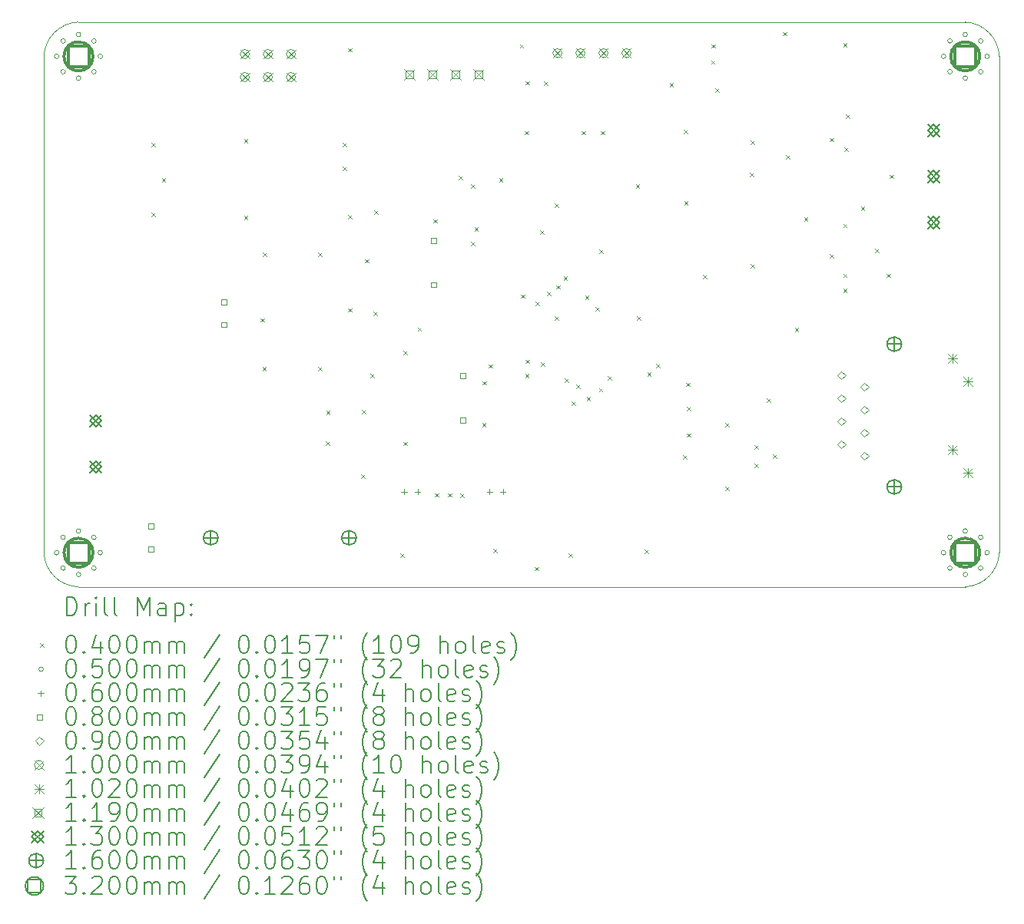
<source format=gbr>
%TF.GenerationSoftware,KiCad,Pcbnew,(6.0.11)*%
%TF.CreationDate,2024-04-30T16:24:52+07:00*%
%TF.ProjectId,Oxygen Monitoring,4f787967-656e-4204-9d6f-6e69746f7269,rev?*%
%TF.SameCoordinates,Original*%
%TF.FileFunction,Drillmap*%
%TF.FilePolarity,Positive*%
%FSLAX45Y45*%
G04 Gerber Fmt 4.5, Leading zero omitted, Abs format (unit mm)*
G04 Created by KiCad (PCBNEW (6.0.11)) date 2024-04-30 16:24:52*
%MOMM*%
%LPD*%
G01*
G04 APERTURE LIST*
%ADD10C,0.100000*%
%ADD11C,0.200000*%
%ADD12C,0.040000*%
%ADD13C,0.050000*%
%ADD14C,0.060000*%
%ADD15C,0.080000*%
%ADD16C,0.090000*%
%ADD17C,0.102000*%
%ADD18C,0.119000*%
%ADD19C,0.130000*%
%ADD20C,0.160000*%
%ADD21C,0.320000*%
G04 APERTURE END LIST*
D10*
X11694800Y-19503700D02*
X1915800Y-19503700D01*
X12069560Y-19128180D02*
X12069560Y-13651940D01*
X11694800Y-13273700D02*
X1915800Y-13273700D01*
X1539560Y-19128180D02*
X1539560Y-13651940D01*
X11694800Y-19503699D02*
G75*
G03*
X12069560Y-19128180I-15750J390479D01*
G01*
X1915800Y-13273700D02*
G75*
G03*
X1539560Y-13651940I18783J-394929D01*
G01*
X1539559Y-19128180D02*
G75*
G03*
X1915800Y-19503700I392053J16564D01*
G01*
X12069566Y-13651940D02*
G75*
G03*
X11694800Y-13273700I-393466J-15070D01*
G01*
D11*
D12*
X2723840Y-14607300D02*
X2763840Y-14647300D01*
X2763840Y-14607300D02*
X2723840Y-14647300D01*
X2726380Y-15374380D02*
X2766380Y-15414380D01*
X2766380Y-15374380D02*
X2726380Y-15414380D01*
X2838140Y-14995920D02*
X2878140Y-15035920D01*
X2878140Y-14995920D02*
X2838140Y-15035920D01*
X3744920Y-14561580D02*
X3784920Y-14601580D01*
X3784920Y-14561580D02*
X3744920Y-14601580D01*
X3744920Y-15409940D02*
X3784920Y-15449940D01*
X3784920Y-15409940D02*
X3744920Y-15449940D01*
X3925260Y-16540240D02*
X3965260Y-16580240D01*
X3965260Y-16540240D02*
X3925260Y-16580240D01*
X3948120Y-17076180D02*
X3988120Y-17116180D01*
X3988120Y-17076180D02*
X3948120Y-17116180D01*
X3953200Y-15816340D02*
X3993200Y-15856340D01*
X3993200Y-15816340D02*
X3953200Y-15856340D01*
X4562800Y-15816340D02*
X4602800Y-15856340D01*
X4602800Y-15816340D02*
X4562800Y-15856340D01*
X4562800Y-17076180D02*
X4602800Y-17116180D01*
X4602800Y-17076180D02*
X4562800Y-17116180D01*
X4649160Y-17899140D02*
X4689160Y-17939140D01*
X4689160Y-17899140D02*
X4649160Y-17939140D01*
X4651700Y-17561320D02*
X4691700Y-17601320D01*
X4691700Y-17561320D02*
X4651700Y-17601320D01*
X4834580Y-14607300D02*
X4874580Y-14647300D01*
X4874580Y-14607300D02*
X4834580Y-14647300D01*
X4834580Y-14868920D02*
X4874580Y-14908920D01*
X4874580Y-14868920D02*
X4834580Y-14908920D01*
X4890460Y-15404860D02*
X4930460Y-15444860D01*
X4930460Y-15404860D02*
X4890460Y-15444860D01*
X4893000Y-13560820D02*
X4933000Y-13600820D01*
X4933000Y-13560820D02*
X4893000Y-13600820D01*
X4893000Y-16431020D02*
X4933000Y-16471020D01*
X4933000Y-16431020D02*
X4893000Y-16471020D01*
X5035240Y-18264900D02*
X5075240Y-18304900D01*
X5075240Y-18264900D02*
X5035240Y-18304900D01*
X5041940Y-17550770D02*
X5081940Y-17590770D01*
X5081940Y-17550770D02*
X5041940Y-17590770D01*
X5080960Y-15890000D02*
X5120960Y-15930000D01*
X5120960Y-15890000D02*
X5080960Y-15930000D01*
X5139560Y-17153700D02*
X5179560Y-17193700D01*
X5179560Y-17153700D02*
X5139560Y-17193700D01*
X5174550Y-16466580D02*
X5214550Y-16506580D01*
X5214550Y-16466580D02*
X5174550Y-16506580D01*
X5177480Y-15348980D02*
X5217480Y-15388980D01*
X5217480Y-15348980D02*
X5177480Y-15388980D01*
X5469560Y-19133700D02*
X5509560Y-19173700D01*
X5509560Y-19133700D02*
X5469560Y-19173700D01*
X5503020Y-16898380D02*
X5543020Y-16938380D01*
X5543020Y-16898380D02*
X5503020Y-16938380D01*
X5503020Y-17904220D02*
X5543020Y-17944220D01*
X5543020Y-17904220D02*
X5503020Y-17944220D01*
X5657540Y-16641840D02*
X5697540Y-16681840D01*
X5697540Y-16641840D02*
X5657540Y-16681840D01*
X5832800Y-15448040D02*
X5872800Y-15488040D01*
X5872800Y-15448040D02*
X5832800Y-15488040D01*
X5850580Y-18470640D02*
X5890580Y-18510640D01*
X5890580Y-18470640D02*
X5850580Y-18510640D01*
X5992820Y-18470640D02*
X6032820Y-18510640D01*
X6032820Y-18470640D02*
X5992820Y-18510640D01*
X6109660Y-14970520D02*
X6149660Y-15010520D01*
X6149660Y-14970520D02*
X6109660Y-15010520D01*
X6129980Y-18473180D02*
X6169980Y-18513180D01*
X6169980Y-18473180D02*
X6129980Y-18513180D01*
X6249360Y-15064500D02*
X6289360Y-15104500D01*
X6289360Y-15064500D02*
X6249360Y-15104500D01*
X6249360Y-15699500D02*
X6289360Y-15739500D01*
X6289360Y-15699500D02*
X6249360Y-15739500D01*
X6284920Y-15539480D02*
X6324920Y-15579480D01*
X6324920Y-15539480D02*
X6284920Y-15579480D01*
X6368740Y-17694520D02*
X6408740Y-17734520D01*
X6408740Y-17694520D02*
X6368740Y-17734520D01*
X6375000Y-17235000D02*
X6415000Y-17275000D01*
X6415000Y-17235000D02*
X6375000Y-17275000D01*
X6442400Y-17048240D02*
X6482400Y-17088240D01*
X6482400Y-17048240D02*
X6442400Y-17088240D01*
X6489560Y-19083700D02*
X6529560Y-19123700D01*
X6529560Y-19083700D02*
X6489560Y-19123700D01*
X6556700Y-14995920D02*
X6596700Y-15035920D01*
X6596700Y-14995920D02*
X6556700Y-15035920D01*
X6785300Y-13517640D02*
X6825300Y-13557640D01*
X6825300Y-13517640D02*
X6785300Y-13557640D01*
X6798000Y-16278620D02*
X6838000Y-16318620D01*
X6838000Y-16278620D02*
X6798000Y-16318620D01*
X6838640Y-14475220D02*
X6878640Y-14515220D01*
X6878640Y-14475220D02*
X6838640Y-14515220D01*
X6843720Y-17152380D02*
X6883720Y-17192380D01*
X6883720Y-17152380D02*
X6843720Y-17192380D01*
X6848800Y-13924040D02*
X6888800Y-13964040D01*
X6888800Y-13924040D02*
X6848800Y-13964040D01*
X6848800Y-16997440D02*
X6888800Y-17037440D01*
X6888800Y-16997440D02*
X6848800Y-17037440D01*
X6949560Y-19283700D02*
X6989560Y-19323700D01*
X6989560Y-19283700D02*
X6949560Y-19323700D01*
X6960560Y-16359900D02*
X7000560Y-16399900D01*
X7000560Y-16359900D02*
X6960560Y-16399900D01*
X7009560Y-15573700D02*
X7049560Y-15613700D01*
X7049560Y-15573700D02*
X7009560Y-15613700D01*
X7018980Y-17025380D02*
X7058980Y-17065380D01*
X7058980Y-17025380D02*
X7018980Y-17065380D01*
X7050105Y-13931015D02*
X7090105Y-13971015D01*
X7090105Y-13931015D02*
X7050105Y-13971015D01*
X7082480Y-16248140D02*
X7122480Y-16288140D01*
X7122480Y-16248140D02*
X7082480Y-16288140D01*
X7168840Y-15275320D02*
X7208840Y-15315320D01*
X7208840Y-15275320D02*
X7168840Y-15315320D01*
X7168840Y-16517380D02*
X7208840Y-16557380D01*
X7208840Y-16517380D02*
X7168840Y-16557380D01*
X7189160Y-16177020D02*
X7229160Y-16217020D01*
X7229160Y-16177020D02*
X7189160Y-16217020D01*
X7267900Y-16077960D02*
X7307900Y-16117960D01*
X7307900Y-16077960D02*
X7267900Y-16117960D01*
X7280600Y-17203180D02*
X7320600Y-17243180D01*
X7320600Y-17203180D02*
X7280600Y-17243180D01*
X7319560Y-19133700D02*
X7359560Y-19173700D01*
X7359560Y-19133700D02*
X7319560Y-19173700D01*
X7356800Y-17459720D02*
X7396800Y-17499720D01*
X7396800Y-17459720D02*
X7356800Y-17499720D01*
X7406340Y-17270480D02*
X7446340Y-17310480D01*
X7446340Y-17270480D02*
X7406340Y-17310480D01*
X7468560Y-14475220D02*
X7508560Y-14515220D01*
X7508560Y-14475220D02*
X7468560Y-14515220D01*
X7504120Y-16288780D02*
X7544120Y-16328780D01*
X7544120Y-16288780D02*
X7504120Y-16328780D01*
X7521900Y-17406380D02*
X7561900Y-17446380D01*
X7561900Y-17406380D02*
X7521900Y-17446380D01*
X7620960Y-16420860D02*
X7660960Y-16460860D01*
X7660960Y-16420860D02*
X7620960Y-16460860D01*
X7656520Y-17312400D02*
X7696520Y-17352400D01*
X7696520Y-17312400D02*
X7656520Y-17352400D01*
X7659560Y-15783700D02*
X7699560Y-15823700D01*
X7699560Y-15783700D02*
X7659560Y-15823700D01*
X7676840Y-14475220D02*
X7716840Y-14515220D01*
X7716840Y-14475220D02*
X7676840Y-14515220D01*
X7753040Y-17177780D02*
X7793040Y-17217780D01*
X7793040Y-17177780D02*
X7753040Y-17217780D01*
X8062920Y-15064500D02*
X8102920Y-15104500D01*
X8102920Y-15064500D02*
X8062920Y-15104500D01*
X8078160Y-16517380D02*
X8118160Y-16557380D01*
X8118160Y-16517380D02*
X8078160Y-16557380D01*
X8159560Y-19093700D02*
X8199560Y-19133700D01*
X8199560Y-19093700D02*
X8159560Y-19133700D01*
X8189920Y-17137140D02*
X8229920Y-17177140D01*
X8229920Y-17137140D02*
X8189920Y-17177140D01*
X8286440Y-17045700D02*
X8326440Y-17085700D01*
X8326440Y-17045700D02*
X8286440Y-17085700D01*
X8435030Y-13948170D02*
X8475030Y-13988170D01*
X8475030Y-13948170D02*
X8435030Y-13988170D01*
X8586160Y-18051540D02*
X8626160Y-18091540D01*
X8626160Y-18051540D02*
X8586160Y-18091540D01*
X8591240Y-14465060D02*
X8631240Y-14505060D01*
X8631240Y-14465060D02*
X8591240Y-14505060D01*
X8596320Y-15247380D02*
X8636320Y-15287380D01*
X8636320Y-15247380D02*
X8596320Y-15287380D01*
X8619180Y-17251050D02*
X8659180Y-17291050D01*
X8659180Y-17251050D02*
X8619180Y-17291050D01*
X8624260Y-17518140D02*
X8664260Y-17558140D01*
X8664260Y-17518140D02*
X8624260Y-17558140D01*
X8624260Y-17810240D02*
X8664260Y-17850240D01*
X8664260Y-17810240D02*
X8624260Y-17850240D01*
X8804600Y-16062720D02*
X8844600Y-16102720D01*
X8844600Y-16062720D02*
X8804600Y-16102720D01*
X8893500Y-13695440D02*
X8933500Y-13735440D01*
X8933500Y-13695440D02*
X8893500Y-13735440D01*
X8896040Y-13517640D02*
X8936040Y-13557640D01*
X8936040Y-13517640D02*
X8896040Y-13557640D01*
X8936680Y-14005320D02*
X8976680Y-14045320D01*
X8976680Y-14005320D02*
X8936680Y-14045320D01*
X9048440Y-17695940D02*
X9088440Y-17735940D01*
X9088440Y-17695940D02*
X9048440Y-17735940D01*
X9048440Y-18396980D02*
X9088440Y-18436980D01*
X9088440Y-18396980D02*
X9048440Y-18436980D01*
X9320220Y-14934960D02*
X9360220Y-14974960D01*
X9360220Y-14934960D02*
X9320220Y-14974960D01*
X9329560Y-14583700D02*
X9369560Y-14623700D01*
X9369560Y-14583700D02*
X9329560Y-14623700D01*
X9330380Y-15943340D02*
X9370380Y-15983340D01*
X9370380Y-15943340D02*
X9330380Y-15983340D01*
X9373560Y-17939780D02*
X9413560Y-17979780D01*
X9413560Y-17939780D02*
X9373560Y-17979780D01*
X9373560Y-18148060D02*
X9413560Y-18188060D01*
X9413560Y-18148060D02*
X9373560Y-18188060D01*
X9505640Y-17426700D02*
X9545640Y-17466700D01*
X9545640Y-17426700D02*
X9505640Y-17466700D01*
X9576760Y-18046460D02*
X9616760Y-18086460D01*
X9616760Y-18046460D02*
X9576760Y-18086460D01*
X9685980Y-13383020D02*
X9725980Y-13423020D01*
X9725980Y-13383020D02*
X9685980Y-13423020D01*
X9716460Y-14739380D02*
X9756460Y-14779380D01*
X9756460Y-14739380D02*
X9716460Y-14779380D01*
X9816760Y-16646760D02*
X9856760Y-16686760D01*
X9856760Y-16646760D02*
X9816760Y-16686760D01*
X9917120Y-15427720D02*
X9957120Y-15467720D01*
X9957120Y-15427720D02*
X9917120Y-15467720D01*
X10199060Y-14551420D02*
X10239060Y-14591420D01*
X10239060Y-14551420D02*
X10199060Y-14591420D01*
X10199060Y-15836660D02*
X10239060Y-15876660D01*
X10239060Y-15836660D02*
X10199060Y-15876660D01*
X10348920Y-13502790D02*
X10388920Y-13542790D01*
X10388920Y-13502790D02*
X10348920Y-13542790D01*
X10348920Y-15499230D02*
X10388920Y-15539230D01*
X10388920Y-15499230D02*
X10348920Y-15539230D01*
X10348920Y-16050020D02*
X10388920Y-16090020D01*
X10388920Y-16050020D02*
X10348920Y-16090020D01*
X10348920Y-16212970D02*
X10388920Y-16252970D01*
X10388920Y-16212970D02*
X10348920Y-16252970D01*
X10359080Y-14658100D02*
X10399080Y-14698100D01*
X10399080Y-14658100D02*
X10359080Y-14698100D01*
X10376860Y-14294880D02*
X10416860Y-14334880D01*
X10416860Y-14294880D02*
X10376860Y-14334880D01*
X10544500Y-15308340D02*
X10584500Y-15348340D01*
X10584500Y-15308340D02*
X10544500Y-15348340D01*
X10699440Y-15775700D02*
X10739440Y-15815700D01*
X10739440Y-15775700D02*
X10699440Y-15815700D01*
X10828980Y-16050020D02*
X10868980Y-16090020D01*
X10868980Y-16050020D02*
X10828980Y-16090020D01*
X10862000Y-14957820D02*
X10902000Y-14997820D01*
X10902000Y-14957820D02*
X10862000Y-14997820D01*
D13*
X1705880Y-13651940D02*
G75*
G03*
X1705880Y-13651940I-25000J0D01*
G01*
X1705880Y-19128180D02*
G75*
G03*
X1705880Y-19128180I-25000J0D01*
G01*
X1776174Y-13482234D02*
G75*
G03*
X1776174Y-13482234I-25000J0D01*
G01*
X1776174Y-13821646D02*
G75*
G03*
X1776174Y-13821646I-25000J0D01*
G01*
X1776174Y-18958474D02*
G75*
G03*
X1776174Y-18958474I-25000J0D01*
G01*
X1776174Y-19297886D02*
G75*
G03*
X1776174Y-19297886I-25000J0D01*
G01*
X1945880Y-13411940D02*
G75*
G03*
X1945880Y-13411940I-25000J0D01*
G01*
X1945880Y-13891940D02*
G75*
G03*
X1945880Y-13891940I-25000J0D01*
G01*
X1945880Y-18888180D02*
G75*
G03*
X1945880Y-18888180I-25000J0D01*
G01*
X1945880Y-19368180D02*
G75*
G03*
X1945880Y-19368180I-25000J0D01*
G01*
X2115586Y-13482234D02*
G75*
G03*
X2115586Y-13482234I-25000J0D01*
G01*
X2115586Y-13821646D02*
G75*
G03*
X2115586Y-13821646I-25000J0D01*
G01*
X2115586Y-18958474D02*
G75*
G03*
X2115586Y-18958474I-25000J0D01*
G01*
X2115586Y-19297886D02*
G75*
G03*
X2115586Y-19297886I-25000J0D01*
G01*
X2185880Y-13651940D02*
G75*
G03*
X2185880Y-13651940I-25000J0D01*
G01*
X2185880Y-19128180D02*
G75*
G03*
X2185880Y-19128180I-25000J0D01*
G01*
X11479800Y-13651940D02*
G75*
G03*
X11479800Y-13651940I-25000J0D01*
G01*
X11479800Y-19128180D02*
G75*
G03*
X11479800Y-19128180I-25000J0D01*
G01*
X11550094Y-13482234D02*
G75*
G03*
X11550094Y-13482234I-25000J0D01*
G01*
X11550094Y-13821646D02*
G75*
G03*
X11550094Y-13821646I-25000J0D01*
G01*
X11550094Y-18958474D02*
G75*
G03*
X11550094Y-18958474I-25000J0D01*
G01*
X11550094Y-19297886D02*
G75*
G03*
X11550094Y-19297886I-25000J0D01*
G01*
X11719800Y-13411940D02*
G75*
G03*
X11719800Y-13411940I-25000J0D01*
G01*
X11719800Y-13891940D02*
G75*
G03*
X11719800Y-13891940I-25000J0D01*
G01*
X11719800Y-18888180D02*
G75*
G03*
X11719800Y-18888180I-25000J0D01*
G01*
X11719800Y-19368180D02*
G75*
G03*
X11719800Y-19368180I-25000J0D01*
G01*
X11889506Y-13482234D02*
G75*
G03*
X11889506Y-13482234I-25000J0D01*
G01*
X11889506Y-13821646D02*
G75*
G03*
X11889506Y-13821646I-25000J0D01*
G01*
X11889506Y-18958474D02*
G75*
G03*
X11889506Y-18958474I-25000J0D01*
G01*
X11889506Y-19297886D02*
G75*
G03*
X11889506Y-19297886I-25000J0D01*
G01*
X11959800Y-13651940D02*
G75*
G03*
X11959800Y-13651940I-25000J0D01*
G01*
X11959800Y-19128180D02*
G75*
G03*
X11959800Y-19128180I-25000J0D01*
G01*
D14*
X5509560Y-18423700D02*
X5509560Y-18483700D01*
X5479560Y-18453700D02*
X5539560Y-18453700D01*
X5659560Y-18423700D02*
X5659560Y-18483700D01*
X5629560Y-18453700D02*
X5689560Y-18453700D01*
X6450040Y-18423700D02*
X6450040Y-18483700D01*
X6420040Y-18453700D02*
X6480040Y-18453700D01*
X6600040Y-18423700D02*
X6600040Y-18483700D01*
X6570040Y-18453700D02*
X6630040Y-18453700D01*
D15*
X2746725Y-18865372D02*
X2746725Y-18808803D01*
X2690156Y-18808803D01*
X2690156Y-18865372D01*
X2746725Y-18865372D01*
X2746725Y-19115372D02*
X2746725Y-19058803D01*
X2690156Y-19058803D01*
X2690156Y-19115372D01*
X2746725Y-19115372D01*
X3554444Y-16390456D02*
X3554444Y-16333887D01*
X3497875Y-16333887D01*
X3497875Y-16390456D01*
X3554444Y-16390456D01*
X3554444Y-16640456D02*
X3554444Y-16583887D01*
X3497875Y-16583887D01*
X3497875Y-16640456D01*
X3554444Y-16640456D01*
X5860764Y-15711064D02*
X5860764Y-15654495D01*
X5804195Y-15654495D01*
X5804195Y-15711064D01*
X5860764Y-15711064D01*
X5860764Y-16199064D02*
X5860764Y-16142495D01*
X5804195Y-16142495D01*
X5804195Y-16199064D01*
X5860764Y-16199064D01*
X6186304Y-17204585D02*
X6186304Y-17148016D01*
X6129735Y-17148016D01*
X6129735Y-17204585D01*
X6186304Y-17204585D01*
X6186304Y-17692585D02*
X6186304Y-17636016D01*
X6129735Y-17636016D01*
X6129735Y-17692585D01*
X6186304Y-17692585D01*
D16*
X10328440Y-17214840D02*
X10373440Y-17169840D01*
X10328440Y-17124840D01*
X10283440Y-17169840D01*
X10328440Y-17214840D01*
X10328440Y-17468840D02*
X10373440Y-17423840D01*
X10328440Y-17378840D01*
X10283440Y-17423840D01*
X10328440Y-17468840D01*
X10328440Y-17722840D02*
X10373440Y-17677840D01*
X10328440Y-17632840D01*
X10283440Y-17677840D01*
X10328440Y-17722840D01*
X10328440Y-17976840D02*
X10373440Y-17931840D01*
X10328440Y-17886840D01*
X10283440Y-17931840D01*
X10328440Y-17976840D01*
X10582440Y-17341840D02*
X10627440Y-17296840D01*
X10582440Y-17251840D01*
X10537440Y-17296840D01*
X10582440Y-17341840D01*
X10582440Y-17595840D02*
X10627440Y-17550840D01*
X10582440Y-17505840D01*
X10537440Y-17550840D01*
X10582440Y-17595840D01*
X10582440Y-17849840D02*
X10627440Y-17804840D01*
X10582440Y-17759840D01*
X10537440Y-17804840D01*
X10582440Y-17849840D01*
X10582440Y-18103840D02*
X10627440Y-18058840D01*
X10582440Y-18013840D01*
X10537440Y-18058840D01*
X10582440Y-18103840D01*
D10*
X3704760Y-13576540D02*
X3804760Y-13676540D01*
X3804760Y-13576540D02*
X3704760Y-13676540D01*
X3804760Y-13626540D02*
G75*
G03*
X3804760Y-13626540I-50000J0D01*
G01*
X3704760Y-13830540D02*
X3804760Y-13930540D01*
X3804760Y-13830540D02*
X3704760Y-13930540D01*
X3804760Y-13880540D02*
G75*
G03*
X3804760Y-13880540I-50000J0D01*
G01*
X3958760Y-13576540D02*
X4058760Y-13676540D01*
X4058760Y-13576540D02*
X3958760Y-13676540D01*
X4058760Y-13626540D02*
G75*
G03*
X4058760Y-13626540I-50000J0D01*
G01*
X3958760Y-13830540D02*
X4058760Y-13930540D01*
X4058760Y-13830540D02*
X3958760Y-13930540D01*
X4058760Y-13880540D02*
G75*
G03*
X4058760Y-13880540I-50000J0D01*
G01*
X4212760Y-13576540D02*
X4312760Y-13676540D01*
X4312760Y-13576540D02*
X4212760Y-13676540D01*
X4312760Y-13626540D02*
G75*
G03*
X4312760Y-13626540I-50000J0D01*
G01*
X4212760Y-13830540D02*
X4312760Y-13930540D01*
X4312760Y-13830540D02*
X4212760Y-13930540D01*
X4312760Y-13880540D02*
G75*
G03*
X4312760Y-13880540I-50000J0D01*
G01*
X7149000Y-13566380D02*
X7249000Y-13666380D01*
X7249000Y-13566380D02*
X7149000Y-13666380D01*
X7249000Y-13616380D02*
G75*
G03*
X7249000Y-13616380I-50000J0D01*
G01*
X7403000Y-13566380D02*
X7503000Y-13666380D01*
X7503000Y-13566380D02*
X7403000Y-13666380D01*
X7503000Y-13616380D02*
G75*
G03*
X7503000Y-13616380I-50000J0D01*
G01*
X7657000Y-13566380D02*
X7757000Y-13666380D01*
X7757000Y-13566380D02*
X7657000Y-13666380D01*
X7757000Y-13616380D02*
G75*
G03*
X7757000Y-13616380I-50000J0D01*
G01*
X7911000Y-13566380D02*
X8011000Y-13666380D01*
X8011000Y-13566380D02*
X7911000Y-13666380D01*
X8011000Y-13616380D02*
G75*
G03*
X8011000Y-13616380I-50000J0D01*
G01*
D17*
X11504440Y-16930840D02*
X11606440Y-17032840D01*
X11606440Y-16930840D02*
X11504440Y-17032840D01*
X11555440Y-16930840D02*
X11555440Y-17032840D01*
X11504440Y-16981840D02*
X11606440Y-16981840D01*
X11504440Y-17941840D02*
X11606440Y-18043840D01*
X11606440Y-17941840D02*
X11504440Y-18043840D01*
X11555440Y-17941840D02*
X11555440Y-18043840D01*
X11504440Y-17992840D02*
X11606440Y-17992840D01*
X11674440Y-17184840D02*
X11776440Y-17286840D01*
X11776440Y-17184840D02*
X11674440Y-17286840D01*
X11725440Y-17184840D02*
X11725440Y-17286840D01*
X11674440Y-17235840D02*
X11776440Y-17235840D01*
X11674440Y-18195840D02*
X11776440Y-18297840D01*
X11776440Y-18195840D02*
X11674440Y-18297840D01*
X11725440Y-18195840D02*
X11725440Y-18297840D01*
X11674440Y-18246840D02*
X11776440Y-18246840D01*
D18*
X5511360Y-13791100D02*
X5630360Y-13910100D01*
X5630360Y-13791100D02*
X5511360Y-13910100D01*
X5612933Y-13892673D02*
X5612933Y-13808527D01*
X5528787Y-13808527D01*
X5528787Y-13892673D01*
X5612933Y-13892673D01*
X5765360Y-13791100D02*
X5884360Y-13910100D01*
X5884360Y-13791100D02*
X5765360Y-13910100D01*
X5866933Y-13892673D02*
X5866933Y-13808527D01*
X5782787Y-13808527D01*
X5782787Y-13892673D01*
X5866933Y-13892673D01*
X6019360Y-13791100D02*
X6138360Y-13910100D01*
X6138360Y-13791100D02*
X6019360Y-13910100D01*
X6120933Y-13892673D02*
X6120933Y-13808527D01*
X6036787Y-13808527D01*
X6036787Y-13892673D01*
X6120933Y-13892673D01*
X6273360Y-13791100D02*
X6392360Y-13910100D01*
X6392360Y-13791100D02*
X6273360Y-13910100D01*
X6374933Y-13892673D02*
X6374933Y-13808527D01*
X6290787Y-13808527D01*
X6290787Y-13892673D01*
X6374933Y-13892673D01*
D19*
X2047240Y-17606620D02*
X2177240Y-17736620D01*
X2177240Y-17606620D02*
X2047240Y-17736620D01*
X2112240Y-17736620D02*
X2177240Y-17671620D01*
X2112240Y-17606620D01*
X2047240Y-17671620D01*
X2112240Y-17736620D01*
X2047240Y-18114620D02*
X2177240Y-18244620D01*
X2177240Y-18114620D02*
X2047240Y-18244620D01*
X2112240Y-18244620D02*
X2177240Y-18179620D01*
X2112240Y-18114620D01*
X2047240Y-18179620D01*
X2112240Y-18244620D01*
X11279280Y-14404820D02*
X11409280Y-14534820D01*
X11409280Y-14404820D02*
X11279280Y-14534820D01*
X11344280Y-14534820D02*
X11409280Y-14469820D01*
X11344280Y-14404820D01*
X11279280Y-14469820D01*
X11344280Y-14534820D01*
X11279280Y-14912820D02*
X11409280Y-15042820D01*
X11409280Y-14912820D02*
X11279280Y-15042820D01*
X11344280Y-15042820D02*
X11409280Y-14977820D01*
X11344280Y-14912820D01*
X11279280Y-14977820D01*
X11344280Y-15042820D01*
X11279280Y-15420820D02*
X11409280Y-15550820D01*
X11409280Y-15420820D02*
X11279280Y-15550820D01*
X11344280Y-15550820D02*
X11409280Y-15485820D01*
X11344280Y-15420820D01*
X11279280Y-15485820D01*
X11344280Y-15550820D01*
D20*
X3378840Y-18883080D02*
X3378840Y-19043080D01*
X3298840Y-18963080D02*
X3458840Y-18963080D01*
X3458840Y-18963080D02*
G75*
G03*
X3458840Y-18963080I-80000J0D01*
G01*
X4902840Y-18883080D02*
X4902840Y-19043080D01*
X4822840Y-18963080D02*
X4982840Y-18963080D01*
X4982840Y-18963080D02*
G75*
G03*
X4982840Y-18963080I-80000J0D01*
G01*
X10912440Y-16746840D02*
X10912440Y-16906840D01*
X10832440Y-16826840D02*
X10992440Y-16826840D01*
X10992440Y-16826840D02*
G75*
G03*
X10992440Y-16826840I-80000J0D01*
G01*
X10912440Y-18321840D02*
X10912440Y-18481840D01*
X10832440Y-18401840D02*
X10992440Y-18401840D01*
X10992440Y-18401840D02*
G75*
G03*
X10992440Y-18401840I-80000J0D01*
G01*
D21*
X2034018Y-13765078D02*
X2034018Y-13538802D01*
X1807742Y-13538802D01*
X1807742Y-13765078D01*
X2034018Y-13765078D01*
X2080880Y-13651940D02*
G75*
G03*
X2080880Y-13651940I-160000J0D01*
G01*
X2034018Y-19241318D02*
X2034018Y-19015042D01*
X1807742Y-19015042D01*
X1807742Y-19241318D01*
X2034018Y-19241318D01*
X2080880Y-19128180D02*
G75*
G03*
X2080880Y-19128180I-160000J0D01*
G01*
X11807938Y-13765078D02*
X11807938Y-13538802D01*
X11581662Y-13538802D01*
X11581662Y-13765078D01*
X11807938Y-13765078D01*
X11854800Y-13651940D02*
G75*
G03*
X11854800Y-13651940I-160000J0D01*
G01*
X11807938Y-19241318D02*
X11807938Y-19015042D01*
X11581662Y-19015042D01*
X11581662Y-19241318D01*
X11807938Y-19241318D01*
X11854800Y-19128180D02*
G75*
G03*
X11854800Y-19128180I-160000J0D01*
G01*
D11*
X1792179Y-19819176D02*
X1792179Y-19619176D01*
X1839798Y-19619176D01*
X1868369Y-19628700D01*
X1887417Y-19647748D01*
X1896941Y-19666795D01*
X1906465Y-19704890D01*
X1906465Y-19733462D01*
X1896941Y-19771557D01*
X1887417Y-19790605D01*
X1868369Y-19809652D01*
X1839798Y-19819176D01*
X1792179Y-19819176D01*
X1992179Y-19819176D02*
X1992179Y-19685843D01*
X1992179Y-19723938D02*
X2001703Y-19704890D01*
X2011227Y-19695367D01*
X2030274Y-19685843D01*
X2049322Y-19685843D01*
X2115989Y-19819176D02*
X2115989Y-19685843D01*
X2115989Y-19619176D02*
X2106465Y-19628700D01*
X2115989Y-19638224D01*
X2125512Y-19628700D01*
X2115989Y-19619176D01*
X2115989Y-19638224D01*
X2239798Y-19819176D02*
X2220750Y-19809652D01*
X2211227Y-19790605D01*
X2211227Y-19619176D01*
X2344560Y-19819176D02*
X2325512Y-19809652D01*
X2315989Y-19790605D01*
X2315989Y-19619176D01*
X2573131Y-19819176D02*
X2573131Y-19619176D01*
X2639798Y-19762033D01*
X2706465Y-19619176D01*
X2706465Y-19819176D01*
X2887417Y-19819176D02*
X2887417Y-19714414D01*
X2877893Y-19695367D01*
X2858846Y-19685843D01*
X2820750Y-19685843D01*
X2801703Y-19695367D01*
X2887417Y-19809652D02*
X2868369Y-19819176D01*
X2820750Y-19819176D01*
X2801703Y-19809652D01*
X2792179Y-19790605D01*
X2792179Y-19771557D01*
X2801703Y-19752510D01*
X2820750Y-19742986D01*
X2868369Y-19742986D01*
X2887417Y-19733462D01*
X2982655Y-19685843D02*
X2982655Y-19885843D01*
X2982655Y-19695367D02*
X3001703Y-19685843D01*
X3039798Y-19685843D01*
X3058846Y-19695367D01*
X3068369Y-19704890D01*
X3077893Y-19723938D01*
X3077893Y-19781081D01*
X3068369Y-19800129D01*
X3058846Y-19809652D01*
X3039798Y-19819176D01*
X3001703Y-19819176D01*
X2982655Y-19809652D01*
X3163608Y-19800129D02*
X3173131Y-19809652D01*
X3163608Y-19819176D01*
X3154084Y-19809652D01*
X3163608Y-19800129D01*
X3163608Y-19819176D01*
X3163608Y-19695367D02*
X3173131Y-19704890D01*
X3163608Y-19714414D01*
X3154084Y-19704890D01*
X3163608Y-19695367D01*
X3163608Y-19714414D01*
D12*
X1494560Y-20128700D02*
X1534560Y-20168700D01*
X1534560Y-20128700D02*
X1494560Y-20168700D01*
D11*
X1830274Y-20039176D02*
X1849322Y-20039176D01*
X1868369Y-20048700D01*
X1877893Y-20058224D01*
X1887417Y-20077271D01*
X1896941Y-20115367D01*
X1896941Y-20162986D01*
X1887417Y-20201081D01*
X1877893Y-20220129D01*
X1868369Y-20229652D01*
X1849322Y-20239176D01*
X1830274Y-20239176D01*
X1811227Y-20229652D01*
X1801703Y-20220129D01*
X1792179Y-20201081D01*
X1782655Y-20162986D01*
X1782655Y-20115367D01*
X1792179Y-20077271D01*
X1801703Y-20058224D01*
X1811227Y-20048700D01*
X1830274Y-20039176D01*
X1982655Y-20220129D02*
X1992179Y-20229652D01*
X1982655Y-20239176D01*
X1973131Y-20229652D01*
X1982655Y-20220129D01*
X1982655Y-20239176D01*
X2163608Y-20105843D02*
X2163608Y-20239176D01*
X2115989Y-20029652D02*
X2068369Y-20172510D01*
X2192179Y-20172510D01*
X2306465Y-20039176D02*
X2325512Y-20039176D01*
X2344560Y-20048700D01*
X2354084Y-20058224D01*
X2363608Y-20077271D01*
X2373131Y-20115367D01*
X2373131Y-20162986D01*
X2363608Y-20201081D01*
X2354084Y-20220129D01*
X2344560Y-20229652D01*
X2325512Y-20239176D01*
X2306465Y-20239176D01*
X2287417Y-20229652D01*
X2277893Y-20220129D01*
X2268370Y-20201081D01*
X2258846Y-20162986D01*
X2258846Y-20115367D01*
X2268370Y-20077271D01*
X2277893Y-20058224D01*
X2287417Y-20048700D01*
X2306465Y-20039176D01*
X2496941Y-20039176D02*
X2515989Y-20039176D01*
X2535036Y-20048700D01*
X2544560Y-20058224D01*
X2554084Y-20077271D01*
X2563608Y-20115367D01*
X2563608Y-20162986D01*
X2554084Y-20201081D01*
X2544560Y-20220129D01*
X2535036Y-20229652D01*
X2515989Y-20239176D01*
X2496941Y-20239176D01*
X2477893Y-20229652D01*
X2468370Y-20220129D01*
X2458846Y-20201081D01*
X2449322Y-20162986D01*
X2449322Y-20115367D01*
X2458846Y-20077271D01*
X2468370Y-20058224D01*
X2477893Y-20048700D01*
X2496941Y-20039176D01*
X2649322Y-20239176D02*
X2649322Y-20105843D01*
X2649322Y-20124890D02*
X2658846Y-20115367D01*
X2677893Y-20105843D01*
X2706465Y-20105843D01*
X2725512Y-20115367D01*
X2735036Y-20134414D01*
X2735036Y-20239176D01*
X2735036Y-20134414D02*
X2744560Y-20115367D01*
X2763608Y-20105843D01*
X2792179Y-20105843D01*
X2811227Y-20115367D01*
X2820750Y-20134414D01*
X2820750Y-20239176D01*
X2915988Y-20239176D02*
X2915988Y-20105843D01*
X2915988Y-20124890D02*
X2925512Y-20115367D01*
X2944560Y-20105843D01*
X2973131Y-20105843D01*
X2992179Y-20115367D01*
X3001703Y-20134414D01*
X3001703Y-20239176D01*
X3001703Y-20134414D02*
X3011227Y-20115367D01*
X3030274Y-20105843D01*
X3058846Y-20105843D01*
X3077893Y-20115367D01*
X3087417Y-20134414D01*
X3087417Y-20239176D01*
X3477893Y-20029652D02*
X3306465Y-20286795D01*
X3735036Y-20039176D02*
X3754084Y-20039176D01*
X3773131Y-20048700D01*
X3782655Y-20058224D01*
X3792179Y-20077271D01*
X3801703Y-20115367D01*
X3801703Y-20162986D01*
X3792179Y-20201081D01*
X3782655Y-20220129D01*
X3773131Y-20229652D01*
X3754084Y-20239176D01*
X3735036Y-20239176D01*
X3715988Y-20229652D01*
X3706465Y-20220129D01*
X3696941Y-20201081D01*
X3687417Y-20162986D01*
X3687417Y-20115367D01*
X3696941Y-20077271D01*
X3706465Y-20058224D01*
X3715988Y-20048700D01*
X3735036Y-20039176D01*
X3887417Y-20220129D02*
X3896941Y-20229652D01*
X3887417Y-20239176D01*
X3877893Y-20229652D01*
X3887417Y-20220129D01*
X3887417Y-20239176D01*
X4020750Y-20039176D02*
X4039798Y-20039176D01*
X4058846Y-20048700D01*
X4068369Y-20058224D01*
X4077893Y-20077271D01*
X4087417Y-20115367D01*
X4087417Y-20162986D01*
X4077893Y-20201081D01*
X4068369Y-20220129D01*
X4058846Y-20229652D01*
X4039798Y-20239176D01*
X4020750Y-20239176D01*
X4001703Y-20229652D01*
X3992179Y-20220129D01*
X3982655Y-20201081D01*
X3973131Y-20162986D01*
X3973131Y-20115367D01*
X3982655Y-20077271D01*
X3992179Y-20058224D01*
X4001703Y-20048700D01*
X4020750Y-20039176D01*
X4277893Y-20239176D02*
X4163608Y-20239176D01*
X4220750Y-20239176D02*
X4220750Y-20039176D01*
X4201703Y-20067748D01*
X4182655Y-20086795D01*
X4163608Y-20096319D01*
X4458846Y-20039176D02*
X4363608Y-20039176D01*
X4354084Y-20134414D01*
X4363608Y-20124890D01*
X4382655Y-20115367D01*
X4430274Y-20115367D01*
X4449322Y-20124890D01*
X4458846Y-20134414D01*
X4468370Y-20153462D01*
X4468370Y-20201081D01*
X4458846Y-20220129D01*
X4449322Y-20229652D01*
X4430274Y-20239176D01*
X4382655Y-20239176D01*
X4363608Y-20229652D01*
X4354084Y-20220129D01*
X4535036Y-20039176D02*
X4668370Y-20039176D01*
X4582655Y-20239176D01*
X4735036Y-20039176D02*
X4735036Y-20077271D01*
X4811227Y-20039176D02*
X4811227Y-20077271D01*
X5106465Y-20315367D02*
X5096941Y-20305843D01*
X5077893Y-20277271D01*
X5068370Y-20258224D01*
X5058846Y-20229652D01*
X5049322Y-20182033D01*
X5049322Y-20143938D01*
X5058846Y-20096319D01*
X5068370Y-20067748D01*
X5077893Y-20048700D01*
X5096941Y-20020129D01*
X5106465Y-20010605D01*
X5287417Y-20239176D02*
X5173131Y-20239176D01*
X5230274Y-20239176D02*
X5230274Y-20039176D01*
X5211227Y-20067748D01*
X5192179Y-20086795D01*
X5173131Y-20096319D01*
X5411227Y-20039176D02*
X5430274Y-20039176D01*
X5449322Y-20048700D01*
X5458846Y-20058224D01*
X5468370Y-20077271D01*
X5477893Y-20115367D01*
X5477893Y-20162986D01*
X5468370Y-20201081D01*
X5458846Y-20220129D01*
X5449322Y-20229652D01*
X5430274Y-20239176D01*
X5411227Y-20239176D01*
X5392179Y-20229652D01*
X5382655Y-20220129D01*
X5373131Y-20201081D01*
X5363608Y-20162986D01*
X5363608Y-20115367D01*
X5373131Y-20077271D01*
X5382655Y-20058224D01*
X5392179Y-20048700D01*
X5411227Y-20039176D01*
X5573131Y-20239176D02*
X5611227Y-20239176D01*
X5630274Y-20229652D01*
X5639798Y-20220129D01*
X5658846Y-20191557D01*
X5668369Y-20153462D01*
X5668369Y-20077271D01*
X5658846Y-20058224D01*
X5649322Y-20048700D01*
X5630274Y-20039176D01*
X5592179Y-20039176D01*
X5573131Y-20048700D01*
X5563608Y-20058224D01*
X5554084Y-20077271D01*
X5554084Y-20124890D01*
X5563608Y-20143938D01*
X5573131Y-20153462D01*
X5592179Y-20162986D01*
X5630274Y-20162986D01*
X5649322Y-20153462D01*
X5658846Y-20143938D01*
X5668369Y-20124890D01*
X5906465Y-20239176D02*
X5906465Y-20039176D01*
X5992179Y-20239176D02*
X5992179Y-20134414D01*
X5982655Y-20115367D01*
X5963608Y-20105843D01*
X5935036Y-20105843D01*
X5915988Y-20115367D01*
X5906465Y-20124890D01*
X6115988Y-20239176D02*
X6096941Y-20229652D01*
X6087417Y-20220129D01*
X6077893Y-20201081D01*
X6077893Y-20143938D01*
X6087417Y-20124890D01*
X6096941Y-20115367D01*
X6115988Y-20105843D01*
X6144560Y-20105843D01*
X6163608Y-20115367D01*
X6173131Y-20124890D01*
X6182655Y-20143938D01*
X6182655Y-20201081D01*
X6173131Y-20220129D01*
X6163608Y-20229652D01*
X6144560Y-20239176D01*
X6115988Y-20239176D01*
X6296941Y-20239176D02*
X6277893Y-20229652D01*
X6268369Y-20210605D01*
X6268369Y-20039176D01*
X6449322Y-20229652D02*
X6430274Y-20239176D01*
X6392179Y-20239176D01*
X6373131Y-20229652D01*
X6363608Y-20210605D01*
X6363608Y-20134414D01*
X6373131Y-20115367D01*
X6392179Y-20105843D01*
X6430274Y-20105843D01*
X6449322Y-20115367D01*
X6458846Y-20134414D01*
X6458846Y-20153462D01*
X6363608Y-20172510D01*
X6535036Y-20229652D02*
X6554084Y-20239176D01*
X6592179Y-20239176D01*
X6611227Y-20229652D01*
X6620750Y-20210605D01*
X6620750Y-20201081D01*
X6611227Y-20182033D01*
X6592179Y-20172510D01*
X6563608Y-20172510D01*
X6544560Y-20162986D01*
X6535036Y-20143938D01*
X6535036Y-20134414D01*
X6544560Y-20115367D01*
X6563608Y-20105843D01*
X6592179Y-20105843D01*
X6611227Y-20115367D01*
X6687417Y-20315367D02*
X6696941Y-20305843D01*
X6715988Y-20277271D01*
X6725512Y-20258224D01*
X6735036Y-20229652D01*
X6744560Y-20182033D01*
X6744560Y-20143938D01*
X6735036Y-20096319D01*
X6725512Y-20067748D01*
X6715988Y-20048700D01*
X6696941Y-20020129D01*
X6687417Y-20010605D01*
D13*
X1534560Y-20412700D02*
G75*
G03*
X1534560Y-20412700I-25000J0D01*
G01*
D11*
X1830274Y-20303176D02*
X1849322Y-20303176D01*
X1868369Y-20312700D01*
X1877893Y-20322224D01*
X1887417Y-20341271D01*
X1896941Y-20379367D01*
X1896941Y-20426986D01*
X1887417Y-20465081D01*
X1877893Y-20484129D01*
X1868369Y-20493652D01*
X1849322Y-20503176D01*
X1830274Y-20503176D01*
X1811227Y-20493652D01*
X1801703Y-20484129D01*
X1792179Y-20465081D01*
X1782655Y-20426986D01*
X1782655Y-20379367D01*
X1792179Y-20341271D01*
X1801703Y-20322224D01*
X1811227Y-20312700D01*
X1830274Y-20303176D01*
X1982655Y-20484129D02*
X1992179Y-20493652D01*
X1982655Y-20503176D01*
X1973131Y-20493652D01*
X1982655Y-20484129D01*
X1982655Y-20503176D01*
X2173131Y-20303176D02*
X2077893Y-20303176D01*
X2068369Y-20398414D01*
X2077893Y-20388890D01*
X2096941Y-20379367D01*
X2144560Y-20379367D01*
X2163608Y-20388890D01*
X2173131Y-20398414D01*
X2182655Y-20417462D01*
X2182655Y-20465081D01*
X2173131Y-20484129D01*
X2163608Y-20493652D01*
X2144560Y-20503176D01*
X2096941Y-20503176D01*
X2077893Y-20493652D01*
X2068369Y-20484129D01*
X2306465Y-20303176D02*
X2325512Y-20303176D01*
X2344560Y-20312700D01*
X2354084Y-20322224D01*
X2363608Y-20341271D01*
X2373131Y-20379367D01*
X2373131Y-20426986D01*
X2363608Y-20465081D01*
X2354084Y-20484129D01*
X2344560Y-20493652D01*
X2325512Y-20503176D01*
X2306465Y-20503176D01*
X2287417Y-20493652D01*
X2277893Y-20484129D01*
X2268370Y-20465081D01*
X2258846Y-20426986D01*
X2258846Y-20379367D01*
X2268370Y-20341271D01*
X2277893Y-20322224D01*
X2287417Y-20312700D01*
X2306465Y-20303176D01*
X2496941Y-20303176D02*
X2515989Y-20303176D01*
X2535036Y-20312700D01*
X2544560Y-20322224D01*
X2554084Y-20341271D01*
X2563608Y-20379367D01*
X2563608Y-20426986D01*
X2554084Y-20465081D01*
X2544560Y-20484129D01*
X2535036Y-20493652D01*
X2515989Y-20503176D01*
X2496941Y-20503176D01*
X2477893Y-20493652D01*
X2468370Y-20484129D01*
X2458846Y-20465081D01*
X2449322Y-20426986D01*
X2449322Y-20379367D01*
X2458846Y-20341271D01*
X2468370Y-20322224D01*
X2477893Y-20312700D01*
X2496941Y-20303176D01*
X2649322Y-20503176D02*
X2649322Y-20369843D01*
X2649322Y-20388890D02*
X2658846Y-20379367D01*
X2677893Y-20369843D01*
X2706465Y-20369843D01*
X2725512Y-20379367D01*
X2735036Y-20398414D01*
X2735036Y-20503176D01*
X2735036Y-20398414D02*
X2744560Y-20379367D01*
X2763608Y-20369843D01*
X2792179Y-20369843D01*
X2811227Y-20379367D01*
X2820750Y-20398414D01*
X2820750Y-20503176D01*
X2915988Y-20503176D02*
X2915988Y-20369843D01*
X2915988Y-20388890D02*
X2925512Y-20379367D01*
X2944560Y-20369843D01*
X2973131Y-20369843D01*
X2992179Y-20379367D01*
X3001703Y-20398414D01*
X3001703Y-20503176D01*
X3001703Y-20398414D02*
X3011227Y-20379367D01*
X3030274Y-20369843D01*
X3058846Y-20369843D01*
X3077893Y-20379367D01*
X3087417Y-20398414D01*
X3087417Y-20503176D01*
X3477893Y-20293652D02*
X3306465Y-20550795D01*
X3735036Y-20303176D02*
X3754084Y-20303176D01*
X3773131Y-20312700D01*
X3782655Y-20322224D01*
X3792179Y-20341271D01*
X3801703Y-20379367D01*
X3801703Y-20426986D01*
X3792179Y-20465081D01*
X3782655Y-20484129D01*
X3773131Y-20493652D01*
X3754084Y-20503176D01*
X3735036Y-20503176D01*
X3715988Y-20493652D01*
X3706465Y-20484129D01*
X3696941Y-20465081D01*
X3687417Y-20426986D01*
X3687417Y-20379367D01*
X3696941Y-20341271D01*
X3706465Y-20322224D01*
X3715988Y-20312700D01*
X3735036Y-20303176D01*
X3887417Y-20484129D02*
X3896941Y-20493652D01*
X3887417Y-20503176D01*
X3877893Y-20493652D01*
X3887417Y-20484129D01*
X3887417Y-20503176D01*
X4020750Y-20303176D02*
X4039798Y-20303176D01*
X4058846Y-20312700D01*
X4068369Y-20322224D01*
X4077893Y-20341271D01*
X4087417Y-20379367D01*
X4087417Y-20426986D01*
X4077893Y-20465081D01*
X4068369Y-20484129D01*
X4058846Y-20493652D01*
X4039798Y-20503176D01*
X4020750Y-20503176D01*
X4001703Y-20493652D01*
X3992179Y-20484129D01*
X3982655Y-20465081D01*
X3973131Y-20426986D01*
X3973131Y-20379367D01*
X3982655Y-20341271D01*
X3992179Y-20322224D01*
X4001703Y-20312700D01*
X4020750Y-20303176D01*
X4277893Y-20503176D02*
X4163608Y-20503176D01*
X4220750Y-20503176D02*
X4220750Y-20303176D01*
X4201703Y-20331748D01*
X4182655Y-20350795D01*
X4163608Y-20360319D01*
X4373131Y-20503176D02*
X4411227Y-20503176D01*
X4430274Y-20493652D01*
X4439798Y-20484129D01*
X4458846Y-20455557D01*
X4468370Y-20417462D01*
X4468370Y-20341271D01*
X4458846Y-20322224D01*
X4449322Y-20312700D01*
X4430274Y-20303176D01*
X4392179Y-20303176D01*
X4373131Y-20312700D01*
X4363608Y-20322224D01*
X4354084Y-20341271D01*
X4354084Y-20388890D01*
X4363608Y-20407938D01*
X4373131Y-20417462D01*
X4392179Y-20426986D01*
X4430274Y-20426986D01*
X4449322Y-20417462D01*
X4458846Y-20407938D01*
X4468370Y-20388890D01*
X4535036Y-20303176D02*
X4668370Y-20303176D01*
X4582655Y-20503176D01*
X4735036Y-20303176D02*
X4735036Y-20341271D01*
X4811227Y-20303176D02*
X4811227Y-20341271D01*
X5106465Y-20579367D02*
X5096941Y-20569843D01*
X5077893Y-20541271D01*
X5068370Y-20522224D01*
X5058846Y-20493652D01*
X5049322Y-20446033D01*
X5049322Y-20407938D01*
X5058846Y-20360319D01*
X5068370Y-20331748D01*
X5077893Y-20312700D01*
X5096941Y-20284129D01*
X5106465Y-20274605D01*
X5163608Y-20303176D02*
X5287417Y-20303176D01*
X5220750Y-20379367D01*
X5249322Y-20379367D01*
X5268370Y-20388890D01*
X5277893Y-20398414D01*
X5287417Y-20417462D01*
X5287417Y-20465081D01*
X5277893Y-20484129D01*
X5268370Y-20493652D01*
X5249322Y-20503176D01*
X5192179Y-20503176D01*
X5173131Y-20493652D01*
X5163608Y-20484129D01*
X5363608Y-20322224D02*
X5373131Y-20312700D01*
X5392179Y-20303176D01*
X5439798Y-20303176D01*
X5458846Y-20312700D01*
X5468370Y-20322224D01*
X5477893Y-20341271D01*
X5477893Y-20360319D01*
X5468370Y-20388890D01*
X5354084Y-20503176D01*
X5477893Y-20503176D01*
X5715988Y-20503176D02*
X5715988Y-20303176D01*
X5801703Y-20503176D02*
X5801703Y-20398414D01*
X5792179Y-20379367D01*
X5773131Y-20369843D01*
X5744560Y-20369843D01*
X5725512Y-20379367D01*
X5715988Y-20388890D01*
X5925512Y-20503176D02*
X5906465Y-20493652D01*
X5896941Y-20484129D01*
X5887417Y-20465081D01*
X5887417Y-20407938D01*
X5896941Y-20388890D01*
X5906465Y-20379367D01*
X5925512Y-20369843D01*
X5954084Y-20369843D01*
X5973131Y-20379367D01*
X5982655Y-20388890D01*
X5992179Y-20407938D01*
X5992179Y-20465081D01*
X5982655Y-20484129D01*
X5973131Y-20493652D01*
X5954084Y-20503176D01*
X5925512Y-20503176D01*
X6106465Y-20503176D02*
X6087417Y-20493652D01*
X6077893Y-20474605D01*
X6077893Y-20303176D01*
X6258846Y-20493652D02*
X6239798Y-20503176D01*
X6201703Y-20503176D01*
X6182655Y-20493652D01*
X6173131Y-20474605D01*
X6173131Y-20398414D01*
X6182655Y-20379367D01*
X6201703Y-20369843D01*
X6239798Y-20369843D01*
X6258846Y-20379367D01*
X6268369Y-20398414D01*
X6268369Y-20417462D01*
X6173131Y-20436510D01*
X6344560Y-20493652D02*
X6363608Y-20503176D01*
X6401703Y-20503176D01*
X6420750Y-20493652D01*
X6430274Y-20474605D01*
X6430274Y-20465081D01*
X6420750Y-20446033D01*
X6401703Y-20436510D01*
X6373131Y-20436510D01*
X6354084Y-20426986D01*
X6344560Y-20407938D01*
X6344560Y-20398414D01*
X6354084Y-20379367D01*
X6373131Y-20369843D01*
X6401703Y-20369843D01*
X6420750Y-20379367D01*
X6496941Y-20579367D02*
X6506465Y-20569843D01*
X6525512Y-20541271D01*
X6535036Y-20522224D01*
X6544560Y-20493652D01*
X6554084Y-20446033D01*
X6554084Y-20407938D01*
X6544560Y-20360319D01*
X6535036Y-20331748D01*
X6525512Y-20312700D01*
X6506465Y-20284129D01*
X6496941Y-20274605D01*
D14*
X1504560Y-20646700D02*
X1504560Y-20706700D01*
X1474560Y-20676700D02*
X1534560Y-20676700D01*
D11*
X1830274Y-20567176D02*
X1849322Y-20567176D01*
X1868369Y-20576700D01*
X1877893Y-20586224D01*
X1887417Y-20605271D01*
X1896941Y-20643367D01*
X1896941Y-20690986D01*
X1887417Y-20729081D01*
X1877893Y-20748129D01*
X1868369Y-20757652D01*
X1849322Y-20767176D01*
X1830274Y-20767176D01*
X1811227Y-20757652D01*
X1801703Y-20748129D01*
X1792179Y-20729081D01*
X1782655Y-20690986D01*
X1782655Y-20643367D01*
X1792179Y-20605271D01*
X1801703Y-20586224D01*
X1811227Y-20576700D01*
X1830274Y-20567176D01*
X1982655Y-20748129D02*
X1992179Y-20757652D01*
X1982655Y-20767176D01*
X1973131Y-20757652D01*
X1982655Y-20748129D01*
X1982655Y-20767176D01*
X2163608Y-20567176D02*
X2125512Y-20567176D01*
X2106465Y-20576700D01*
X2096941Y-20586224D01*
X2077893Y-20614795D01*
X2068369Y-20652890D01*
X2068369Y-20729081D01*
X2077893Y-20748129D01*
X2087417Y-20757652D01*
X2106465Y-20767176D01*
X2144560Y-20767176D01*
X2163608Y-20757652D01*
X2173131Y-20748129D01*
X2182655Y-20729081D01*
X2182655Y-20681462D01*
X2173131Y-20662414D01*
X2163608Y-20652890D01*
X2144560Y-20643367D01*
X2106465Y-20643367D01*
X2087417Y-20652890D01*
X2077893Y-20662414D01*
X2068369Y-20681462D01*
X2306465Y-20567176D02*
X2325512Y-20567176D01*
X2344560Y-20576700D01*
X2354084Y-20586224D01*
X2363608Y-20605271D01*
X2373131Y-20643367D01*
X2373131Y-20690986D01*
X2363608Y-20729081D01*
X2354084Y-20748129D01*
X2344560Y-20757652D01*
X2325512Y-20767176D01*
X2306465Y-20767176D01*
X2287417Y-20757652D01*
X2277893Y-20748129D01*
X2268370Y-20729081D01*
X2258846Y-20690986D01*
X2258846Y-20643367D01*
X2268370Y-20605271D01*
X2277893Y-20586224D01*
X2287417Y-20576700D01*
X2306465Y-20567176D01*
X2496941Y-20567176D02*
X2515989Y-20567176D01*
X2535036Y-20576700D01*
X2544560Y-20586224D01*
X2554084Y-20605271D01*
X2563608Y-20643367D01*
X2563608Y-20690986D01*
X2554084Y-20729081D01*
X2544560Y-20748129D01*
X2535036Y-20757652D01*
X2515989Y-20767176D01*
X2496941Y-20767176D01*
X2477893Y-20757652D01*
X2468370Y-20748129D01*
X2458846Y-20729081D01*
X2449322Y-20690986D01*
X2449322Y-20643367D01*
X2458846Y-20605271D01*
X2468370Y-20586224D01*
X2477893Y-20576700D01*
X2496941Y-20567176D01*
X2649322Y-20767176D02*
X2649322Y-20633843D01*
X2649322Y-20652890D02*
X2658846Y-20643367D01*
X2677893Y-20633843D01*
X2706465Y-20633843D01*
X2725512Y-20643367D01*
X2735036Y-20662414D01*
X2735036Y-20767176D01*
X2735036Y-20662414D02*
X2744560Y-20643367D01*
X2763608Y-20633843D01*
X2792179Y-20633843D01*
X2811227Y-20643367D01*
X2820750Y-20662414D01*
X2820750Y-20767176D01*
X2915988Y-20767176D02*
X2915988Y-20633843D01*
X2915988Y-20652890D02*
X2925512Y-20643367D01*
X2944560Y-20633843D01*
X2973131Y-20633843D01*
X2992179Y-20643367D01*
X3001703Y-20662414D01*
X3001703Y-20767176D01*
X3001703Y-20662414D02*
X3011227Y-20643367D01*
X3030274Y-20633843D01*
X3058846Y-20633843D01*
X3077893Y-20643367D01*
X3087417Y-20662414D01*
X3087417Y-20767176D01*
X3477893Y-20557652D02*
X3306465Y-20814795D01*
X3735036Y-20567176D02*
X3754084Y-20567176D01*
X3773131Y-20576700D01*
X3782655Y-20586224D01*
X3792179Y-20605271D01*
X3801703Y-20643367D01*
X3801703Y-20690986D01*
X3792179Y-20729081D01*
X3782655Y-20748129D01*
X3773131Y-20757652D01*
X3754084Y-20767176D01*
X3735036Y-20767176D01*
X3715988Y-20757652D01*
X3706465Y-20748129D01*
X3696941Y-20729081D01*
X3687417Y-20690986D01*
X3687417Y-20643367D01*
X3696941Y-20605271D01*
X3706465Y-20586224D01*
X3715988Y-20576700D01*
X3735036Y-20567176D01*
X3887417Y-20748129D02*
X3896941Y-20757652D01*
X3887417Y-20767176D01*
X3877893Y-20757652D01*
X3887417Y-20748129D01*
X3887417Y-20767176D01*
X4020750Y-20567176D02*
X4039798Y-20567176D01*
X4058846Y-20576700D01*
X4068369Y-20586224D01*
X4077893Y-20605271D01*
X4087417Y-20643367D01*
X4087417Y-20690986D01*
X4077893Y-20729081D01*
X4068369Y-20748129D01*
X4058846Y-20757652D01*
X4039798Y-20767176D01*
X4020750Y-20767176D01*
X4001703Y-20757652D01*
X3992179Y-20748129D01*
X3982655Y-20729081D01*
X3973131Y-20690986D01*
X3973131Y-20643367D01*
X3982655Y-20605271D01*
X3992179Y-20586224D01*
X4001703Y-20576700D01*
X4020750Y-20567176D01*
X4163608Y-20586224D02*
X4173131Y-20576700D01*
X4192179Y-20567176D01*
X4239798Y-20567176D01*
X4258846Y-20576700D01*
X4268370Y-20586224D01*
X4277893Y-20605271D01*
X4277893Y-20624319D01*
X4268370Y-20652890D01*
X4154084Y-20767176D01*
X4277893Y-20767176D01*
X4344560Y-20567176D02*
X4468370Y-20567176D01*
X4401703Y-20643367D01*
X4430274Y-20643367D01*
X4449322Y-20652890D01*
X4458846Y-20662414D01*
X4468370Y-20681462D01*
X4468370Y-20729081D01*
X4458846Y-20748129D01*
X4449322Y-20757652D01*
X4430274Y-20767176D01*
X4373131Y-20767176D01*
X4354084Y-20757652D01*
X4344560Y-20748129D01*
X4639798Y-20567176D02*
X4601703Y-20567176D01*
X4582655Y-20576700D01*
X4573131Y-20586224D01*
X4554084Y-20614795D01*
X4544560Y-20652890D01*
X4544560Y-20729081D01*
X4554084Y-20748129D01*
X4563608Y-20757652D01*
X4582655Y-20767176D01*
X4620750Y-20767176D01*
X4639798Y-20757652D01*
X4649322Y-20748129D01*
X4658846Y-20729081D01*
X4658846Y-20681462D01*
X4649322Y-20662414D01*
X4639798Y-20652890D01*
X4620750Y-20643367D01*
X4582655Y-20643367D01*
X4563608Y-20652890D01*
X4554084Y-20662414D01*
X4544560Y-20681462D01*
X4735036Y-20567176D02*
X4735036Y-20605271D01*
X4811227Y-20567176D02*
X4811227Y-20605271D01*
X5106465Y-20843367D02*
X5096941Y-20833843D01*
X5077893Y-20805271D01*
X5068370Y-20786224D01*
X5058846Y-20757652D01*
X5049322Y-20710033D01*
X5049322Y-20671938D01*
X5058846Y-20624319D01*
X5068370Y-20595748D01*
X5077893Y-20576700D01*
X5096941Y-20548129D01*
X5106465Y-20538605D01*
X5268370Y-20633843D02*
X5268370Y-20767176D01*
X5220750Y-20557652D02*
X5173131Y-20700510D01*
X5296941Y-20700510D01*
X5525512Y-20767176D02*
X5525512Y-20567176D01*
X5611227Y-20767176D02*
X5611227Y-20662414D01*
X5601703Y-20643367D01*
X5582655Y-20633843D01*
X5554084Y-20633843D01*
X5535036Y-20643367D01*
X5525512Y-20652890D01*
X5735036Y-20767176D02*
X5715988Y-20757652D01*
X5706465Y-20748129D01*
X5696941Y-20729081D01*
X5696941Y-20671938D01*
X5706465Y-20652890D01*
X5715988Y-20643367D01*
X5735036Y-20633843D01*
X5763608Y-20633843D01*
X5782655Y-20643367D01*
X5792179Y-20652890D01*
X5801703Y-20671938D01*
X5801703Y-20729081D01*
X5792179Y-20748129D01*
X5782655Y-20757652D01*
X5763608Y-20767176D01*
X5735036Y-20767176D01*
X5915988Y-20767176D02*
X5896941Y-20757652D01*
X5887417Y-20738605D01*
X5887417Y-20567176D01*
X6068369Y-20757652D02*
X6049322Y-20767176D01*
X6011227Y-20767176D01*
X5992179Y-20757652D01*
X5982655Y-20738605D01*
X5982655Y-20662414D01*
X5992179Y-20643367D01*
X6011227Y-20633843D01*
X6049322Y-20633843D01*
X6068369Y-20643367D01*
X6077893Y-20662414D01*
X6077893Y-20681462D01*
X5982655Y-20700510D01*
X6154084Y-20757652D02*
X6173131Y-20767176D01*
X6211227Y-20767176D01*
X6230274Y-20757652D01*
X6239798Y-20738605D01*
X6239798Y-20729081D01*
X6230274Y-20710033D01*
X6211227Y-20700510D01*
X6182655Y-20700510D01*
X6163608Y-20690986D01*
X6154084Y-20671938D01*
X6154084Y-20662414D01*
X6163608Y-20643367D01*
X6182655Y-20633843D01*
X6211227Y-20633843D01*
X6230274Y-20643367D01*
X6306465Y-20843367D02*
X6315988Y-20833843D01*
X6335036Y-20805271D01*
X6344560Y-20786224D01*
X6354084Y-20757652D01*
X6363608Y-20710033D01*
X6363608Y-20671938D01*
X6354084Y-20624319D01*
X6344560Y-20595748D01*
X6335036Y-20576700D01*
X6315988Y-20548129D01*
X6306465Y-20538605D01*
D15*
X1522844Y-20968985D02*
X1522844Y-20912416D01*
X1466275Y-20912416D01*
X1466275Y-20968985D01*
X1522844Y-20968985D01*
D11*
X1830274Y-20831176D02*
X1849322Y-20831176D01*
X1868369Y-20840700D01*
X1877893Y-20850224D01*
X1887417Y-20869271D01*
X1896941Y-20907367D01*
X1896941Y-20954986D01*
X1887417Y-20993081D01*
X1877893Y-21012129D01*
X1868369Y-21021652D01*
X1849322Y-21031176D01*
X1830274Y-21031176D01*
X1811227Y-21021652D01*
X1801703Y-21012129D01*
X1792179Y-20993081D01*
X1782655Y-20954986D01*
X1782655Y-20907367D01*
X1792179Y-20869271D01*
X1801703Y-20850224D01*
X1811227Y-20840700D01*
X1830274Y-20831176D01*
X1982655Y-21012129D02*
X1992179Y-21021652D01*
X1982655Y-21031176D01*
X1973131Y-21021652D01*
X1982655Y-21012129D01*
X1982655Y-21031176D01*
X2106465Y-20916890D02*
X2087417Y-20907367D01*
X2077893Y-20897843D01*
X2068369Y-20878795D01*
X2068369Y-20869271D01*
X2077893Y-20850224D01*
X2087417Y-20840700D01*
X2106465Y-20831176D01*
X2144560Y-20831176D01*
X2163608Y-20840700D01*
X2173131Y-20850224D01*
X2182655Y-20869271D01*
X2182655Y-20878795D01*
X2173131Y-20897843D01*
X2163608Y-20907367D01*
X2144560Y-20916890D01*
X2106465Y-20916890D01*
X2087417Y-20926414D01*
X2077893Y-20935938D01*
X2068369Y-20954986D01*
X2068369Y-20993081D01*
X2077893Y-21012129D01*
X2087417Y-21021652D01*
X2106465Y-21031176D01*
X2144560Y-21031176D01*
X2163608Y-21021652D01*
X2173131Y-21012129D01*
X2182655Y-20993081D01*
X2182655Y-20954986D01*
X2173131Y-20935938D01*
X2163608Y-20926414D01*
X2144560Y-20916890D01*
X2306465Y-20831176D02*
X2325512Y-20831176D01*
X2344560Y-20840700D01*
X2354084Y-20850224D01*
X2363608Y-20869271D01*
X2373131Y-20907367D01*
X2373131Y-20954986D01*
X2363608Y-20993081D01*
X2354084Y-21012129D01*
X2344560Y-21021652D01*
X2325512Y-21031176D01*
X2306465Y-21031176D01*
X2287417Y-21021652D01*
X2277893Y-21012129D01*
X2268370Y-20993081D01*
X2258846Y-20954986D01*
X2258846Y-20907367D01*
X2268370Y-20869271D01*
X2277893Y-20850224D01*
X2287417Y-20840700D01*
X2306465Y-20831176D01*
X2496941Y-20831176D02*
X2515989Y-20831176D01*
X2535036Y-20840700D01*
X2544560Y-20850224D01*
X2554084Y-20869271D01*
X2563608Y-20907367D01*
X2563608Y-20954986D01*
X2554084Y-20993081D01*
X2544560Y-21012129D01*
X2535036Y-21021652D01*
X2515989Y-21031176D01*
X2496941Y-21031176D01*
X2477893Y-21021652D01*
X2468370Y-21012129D01*
X2458846Y-20993081D01*
X2449322Y-20954986D01*
X2449322Y-20907367D01*
X2458846Y-20869271D01*
X2468370Y-20850224D01*
X2477893Y-20840700D01*
X2496941Y-20831176D01*
X2649322Y-21031176D02*
X2649322Y-20897843D01*
X2649322Y-20916890D02*
X2658846Y-20907367D01*
X2677893Y-20897843D01*
X2706465Y-20897843D01*
X2725512Y-20907367D01*
X2735036Y-20926414D01*
X2735036Y-21031176D01*
X2735036Y-20926414D02*
X2744560Y-20907367D01*
X2763608Y-20897843D01*
X2792179Y-20897843D01*
X2811227Y-20907367D01*
X2820750Y-20926414D01*
X2820750Y-21031176D01*
X2915988Y-21031176D02*
X2915988Y-20897843D01*
X2915988Y-20916890D02*
X2925512Y-20907367D01*
X2944560Y-20897843D01*
X2973131Y-20897843D01*
X2992179Y-20907367D01*
X3001703Y-20926414D01*
X3001703Y-21031176D01*
X3001703Y-20926414D02*
X3011227Y-20907367D01*
X3030274Y-20897843D01*
X3058846Y-20897843D01*
X3077893Y-20907367D01*
X3087417Y-20926414D01*
X3087417Y-21031176D01*
X3477893Y-20821652D02*
X3306465Y-21078795D01*
X3735036Y-20831176D02*
X3754084Y-20831176D01*
X3773131Y-20840700D01*
X3782655Y-20850224D01*
X3792179Y-20869271D01*
X3801703Y-20907367D01*
X3801703Y-20954986D01*
X3792179Y-20993081D01*
X3782655Y-21012129D01*
X3773131Y-21021652D01*
X3754084Y-21031176D01*
X3735036Y-21031176D01*
X3715988Y-21021652D01*
X3706465Y-21012129D01*
X3696941Y-20993081D01*
X3687417Y-20954986D01*
X3687417Y-20907367D01*
X3696941Y-20869271D01*
X3706465Y-20850224D01*
X3715988Y-20840700D01*
X3735036Y-20831176D01*
X3887417Y-21012129D02*
X3896941Y-21021652D01*
X3887417Y-21031176D01*
X3877893Y-21021652D01*
X3887417Y-21012129D01*
X3887417Y-21031176D01*
X4020750Y-20831176D02*
X4039798Y-20831176D01*
X4058846Y-20840700D01*
X4068369Y-20850224D01*
X4077893Y-20869271D01*
X4087417Y-20907367D01*
X4087417Y-20954986D01*
X4077893Y-20993081D01*
X4068369Y-21012129D01*
X4058846Y-21021652D01*
X4039798Y-21031176D01*
X4020750Y-21031176D01*
X4001703Y-21021652D01*
X3992179Y-21012129D01*
X3982655Y-20993081D01*
X3973131Y-20954986D01*
X3973131Y-20907367D01*
X3982655Y-20869271D01*
X3992179Y-20850224D01*
X4001703Y-20840700D01*
X4020750Y-20831176D01*
X4154084Y-20831176D02*
X4277893Y-20831176D01*
X4211227Y-20907367D01*
X4239798Y-20907367D01*
X4258846Y-20916890D01*
X4268370Y-20926414D01*
X4277893Y-20945462D01*
X4277893Y-20993081D01*
X4268370Y-21012129D01*
X4258846Y-21021652D01*
X4239798Y-21031176D01*
X4182655Y-21031176D01*
X4163608Y-21021652D01*
X4154084Y-21012129D01*
X4468370Y-21031176D02*
X4354084Y-21031176D01*
X4411227Y-21031176D02*
X4411227Y-20831176D01*
X4392179Y-20859748D01*
X4373131Y-20878795D01*
X4354084Y-20888319D01*
X4649322Y-20831176D02*
X4554084Y-20831176D01*
X4544560Y-20926414D01*
X4554084Y-20916890D01*
X4573131Y-20907367D01*
X4620750Y-20907367D01*
X4639798Y-20916890D01*
X4649322Y-20926414D01*
X4658846Y-20945462D01*
X4658846Y-20993081D01*
X4649322Y-21012129D01*
X4639798Y-21021652D01*
X4620750Y-21031176D01*
X4573131Y-21031176D01*
X4554084Y-21021652D01*
X4544560Y-21012129D01*
X4735036Y-20831176D02*
X4735036Y-20869271D01*
X4811227Y-20831176D02*
X4811227Y-20869271D01*
X5106465Y-21107367D02*
X5096941Y-21097843D01*
X5077893Y-21069271D01*
X5068370Y-21050224D01*
X5058846Y-21021652D01*
X5049322Y-20974033D01*
X5049322Y-20935938D01*
X5058846Y-20888319D01*
X5068370Y-20859748D01*
X5077893Y-20840700D01*
X5096941Y-20812129D01*
X5106465Y-20802605D01*
X5211227Y-20916890D02*
X5192179Y-20907367D01*
X5182655Y-20897843D01*
X5173131Y-20878795D01*
X5173131Y-20869271D01*
X5182655Y-20850224D01*
X5192179Y-20840700D01*
X5211227Y-20831176D01*
X5249322Y-20831176D01*
X5268370Y-20840700D01*
X5277893Y-20850224D01*
X5287417Y-20869271D01*
X5287417Y-20878795D01*
X5277893Y-20897843D01*
X5268370Y-20907367D01*
X5249322Y-20916890D01*
X5211227Y-20916890D01*
X5192179Y-20926414D01*
X5182655Y-20935938D01*
X5173131Y-20954986D01*
X5173131Y-20993081D01*
X5182655Y-21012129D01*
X5192179Y-21021652D01*
X5211227Y-21031176D01*
X5249322Y-21031176D01*
X5268370Y-21021652D01*
X5277893Y-21012129D01*
X5287417Y-20993081D01*
X5287417Y-20954986D01*
X5277893Y-20935938D01*
X5268370Y-20926414D01*
X5249322Y-20916890D01*
X5525512Y-21031176D02*
X5525512Y-20831176D01*
X5611227Y-21031176D02*
X5611227Y-20926414D01*
X5601703Y-20907367D01*
X5582655Y-20897843D01*
X5554084Y-20897843D01*
X5535036Y-20907367D01*
X5525512Y-20916890D01*
X5735036Y-21031176D02*
X5715988Y-21021652D01*
X5706465Y-21012129D01*
X5696941Y-20993081D01*
X5696941Y-20935938D01*
X5706465Y-20916890D01*
X5715988Y-20907367D01*
X5735036Y-20897843D01*
X5763608Y-20897843D01*
X5782655Y-20907367D01*
X5792179Y-20916890D01*
X5801703Y-20935938D01*
X5801703Y-20993081D01*
X5792179Y-21012129D01*
X5782655Y-21021652D01*
X5763608Y-21031176D01*
X5735036Y-21031176D01*
X5915988Y-21031176D02*
X5896941Y-21021652D01*
X5887417Y-21002605D01*
X5887417Y-20831176D01*
X6068369Y-21021652D02*
X6049322Y-21031176D01*
X6011227Y-21031176D01*
X5992179Y-21021652D01*
X5982655Y-21002605D01*
X5982655Y-20926414D01*
X5992179Y-20907367D01*
X6011227Y-20897843D01*
X6049322Y-20897843D01*
X6068369Y-20907367D01*
X6077893Y-20926414D01*
X6077893Y-20945462D01*
X5982655Y-20964510D01*
X6154084Y-21021652D02*
X6173131Y-21031176D01*
X6211227Y-21031176D01*
X6230274Y-21021652D01*
X6239798Y-21002605D01*
X6239798Y-20993081D01*
X6230274Y-20974033D01*
X6211227Y-20964510D01*
X6182655Y-20964510D01*
X6163608Y-20954986D01*
X6154084Y-20935938D01*
X6154084Y-20926414D01*
X6163608Y-20907367D01*
X6182655Y-20897843D01*
X6211227Y-20897843D01*
X6230274Y-20907367D01*
X6306465Y-21107367D02*
X6315988Y-21097843D01*
X6335036Y-21069271D01*
X6344560Y-21050224D01*
X6354084Y-21021652D01*
X6363608Y-20974033D01*
X6363608Y-20935938D01*
X6354084Y-20888319D01*
X6344560Y-20859748D01*
X6335036Y-20840700D01*
X6315988Y-20812129D01*
X6306465Y-20802605D01*
D16*
X1489560Y-21249700D02*
X1534560Y-21204700D01*
X1489560Y-21159700D01*
X1444560Y-21204700D01*
X1489560Y-21249700D01*
D11*
X1830274Y-21095176D02*
X1849322Y-21095176D01*
X1868369Y-21104700D01*
X1877893Y-21114224D01*
X1887417Y-21133271D01*
X1896941Y-21171367D01*
X1896941Y-21218986D01*
X1887417Y-21257081D01*
X1877893Y-21276129D01*
X1868369Y-21285652D01*
X1849322Y-21295176D01*
X1830274Y-21295176D01*
X1811227Y-21285652D01*
X1801703Y-21276129D01*
X1792179Y-21257081D01*
X1782655Y-21218986D01*
X1782655Y-21171367D01*
X1792179Y-21133271D01*
X1801703Y-21114224D01*
X1811227Y-21104700D01*
X1830274Y-21095176D01*
X1982655Y-21276129D02*
X1992179Y-21285652D01*
X1982655Y-21295176D01*
X1973131Y-21285652D01*
X1982655Y-21276129D01*
X1982655Y-21295176D01*
X2087417Y-21295176D02*
X2125512Y-21295176D01*
X2144560Y-21285652D01*
X2154084Y-21276129D01*
X2173131Y-21247557D01*
X2182655Y-21209462D01*
X2182655Y-21133271D01*
X2173131Y-21114224D01*
X2163608Y-21104700D01*
X2144560Y-21095176D01*
X2106465Y-21095176D01*
X2087417Y-21104700D01*
X2077893Y-21114224D01*
X2068369Y-21133271D01*
X2068369Y-21180890D01*
X2077893Y-21199938D01*
X2087417Y-21209462D01*
X2106465Y-21218986D01*
X2144560Y-21218986D01*
X2163608Y-21209462D01*
X2173131Y-21199938D01*
X2182655Y-21180890D01*
X2306465Y-21095176D02*
X2325512Y-21095176D01*
X2344560Y-21104700D01*
X2354084Y-21114224D01*
X2363608Y-21133271D01*
X2373131Y-21171367D01*
X2373131Y-21218986D01*
X2363608Y-21257081D01*
X2354084Y-21276129D01*
X2344560Y-21285652D01*
X2325512Y-21295176D01*
X2306465Y-21295176D01*
X2287417Y-21285652D01*
X2277893Y-21276129D01*
X2268370Y-21257081D01*
X2258846Y-21218986D01*
X2258846Y-21171367D01*
X2268370Y-21133271D01*
X2277893Y-21114224D01*
X2287417Y-21104700D01*
X2306465Y-21095176D01*
X2496941Y-21095176D02*
X2515989Y-21095176D01*
X2535036Y-21104700D01*
X2544560Y-21114224D01*
X2554084Y-21133271D01*
X2563608Y-21171367D01*
X2563608Y-21218986D01*
X2554084Y-21257081D01*
X2544560Y-21276129D01*
X2535036Y-21285652D01*
X2515989Y-21295176D01*
X2496941Y-21295176D01*
X2477893Y-21285652D01*
X2468370Y-21276129D01*
X2458846Y-21257081D01*
X2449322Y-21218986D01*
X2449322Y-21171367D01*
X2458846Y-21133271D01*
X2468370Y-21114224D01*
X2477893Y-21104700D01*
X2496941Y-21095176D01*
X2649322Y-21295176D02*
X2649322Y-21161843D01*
X2649322Y-21180890D02*
X2658846Y-21171367D01*
X2677893Y-21161843D01*
X2706465Y-21161843D01*
X2725512Y-21171367D01*
X2735036Y-21190414D01*
X2735036Y-21295176D01*
X2735036Y-21190414D02*
X2744560Y-21171367D01*
X2763608Y-21161843D01*
X2792179Y-21161843D01*
X2811227Y-21171367D01*
X2820750Y-21190414D01*
X2820750Y-21295176D01*
X2915988Y-21295176D02*
X2915988Y-21161843D01*
X2915988Y-21180890D02*
X2925512Y-21171367D01*
X2944560Y-21161843D01*
X2973131Y-21161843D01*
X2992179Y-21171367D01*
X3001703Y-21190414D01*
X3001703Y-21295176D01*
X3001703Y-21190414D02*
X3011227Y-21171367D01*
X3030274Y-21161843D01*
X3058846Y-21161843D01*
X3077893Y-21171367D01*
X3087417Y-21190414D01*
X3087417Y-21295176D01*
X3477893Y-21085652D02*
X3306465Y-21342795D01*
X3735036Y-21095176D02*
X3754084Y-21095176D01*
X3773131Y-21104700D01*
X3782655Y-21114224D01*
X3792179Y-21133271D01*
X3801703Y-21171367D01*
X3801703Y-21218986D01*
X3792179Y-21257081D01*
X3782655Y-21276129D01*
X3773131Y-21285652D01*
X3754084Y-21295176D01*
X3735036Y-21295176D01*
X3715988Y-21285652D01*
X3706465Y-21276129D01*
X3696941Y-21257081D01*
X3687417Y-21218986D01*
X3687417Y-21171367D01*
X3696941Y-21133271D01*
X3706465Y-21114224D01*
X3715988Y-21104700D01*
X3735036Y-21095176D01*
X3887417Y-21276129D02*
X3896941Y-21285652D01*
X3887417Y-21295176D01*
X3877893Y-21285652D01*
X3887417Y-21276129D01*
X3887417Y-21295176D01*
X4020750Y-21095176D02*
X4039798Y-21095176D01*
X4058846Y-21104700D01*
X4068369Y-21114224D01*
X4077893Y-21133271D01*
X4087417Y-21171367D01*
X4087417Y-21218986D01*
X4077893Y-21257081D01*
X4068369Y-21276129D01*
X4058846Y-21285652D01*
X4039798Y-21295176D01*
X4020750Y-21295176D01*
X4001703Y-21285652D01*
X3992179Y-21276129D01*
X3982655Y-21257081D01*
X3973131Y-21218986D01*
X3973131Y-21171367D01*
X3982655Y-21133271D01*
X3992179Y-21114224D01*
X4001703Y-21104700D01*
X4020750Y-21095176D01*
X4154084Y-21095176D02*
X4277893Y-21095176D01*
X4211227Y-21171367D01*
X4239798Y-21171367D01*
X4258846Y-21180890D01*
X4268370Y-21190414D01*
X4277893Y-21209462D01*
X4277893Y-21257081D01*
X4268370Y-21276129D01*
X4258846Y-21285652D01*
X4239798Y-21295176D01*
X4182655Y-21295176D01*
X4163608Y-21285652D01*
X4154084Y-21276129D01*
X4458846Y-21095176D02*
X4363608Y-21095176D01*
X4354084Y-21190414D01*
X4363608Y-21180890D01*
X4382655Y-21171367D01*
X4430274Y-21171367D01*
X4449322Y-21180890D01*
X4458846Y-21190414D01*
X4468370Y-21209462D01*
X4468370Y-21257081D01*
X4458846Y-21276129D01*
X4449322Y-21285652D01*
X4430274Y-21295176D01*
X4382655Y-21295176D01*
X4363608Y-21285652D01*
X4354084Y-21276129D01*
X4639798Y-21161843D02*
X4639798Y-21295176D01*
X4592179Y-21085652D02*
X4544560Y-21228510D01*
X4668370Y-21228510D01*
X4735036Y-21095176D02*
X4735036Y-21133271D01*
X4811227Y-21095176D02*
X4811227Y-21133271D01*
X5106465Y-21371367D02*
X5096941Y-21361843D01*
X5077893Y-21333271D01*
X5068370Y-21314224D01*
X5058846Y-21285652D01*
X5049322Y-21238033D01*
X5049322Y-21199938D01*
X5058846Y-21152319D01*
X5068370Y-21123748D01*
X5077893Y-21104700D01*
X5096941Y-21076129D01*
X5106465Y-21066605D01*
X5211227Y-21180890D02*
X5192179Y-21171367D01*
X5182655Y-21161843D01*
X5173131Y-21142795D01*
X5173131Y-21133271D01*
X5182655Y-21114224D01*
X5192179Y-21104700D01*
X5211227Y-21095176D01*
X5249322Y-21095176D01*
X5268370Y-21104700D01*
X5277893Y-21114224D01*
X5287417Y-21133271D01*
X5287417Y-21142795D01*
X5277893Y-21161843D01*
X5268370Y-21171367D01*
X5249322Y-21180890D01*
X5211227Y-21180890D01*
X5192179Y-21190414D01*
X5182655Y-21199938D01*
X5173131Y-21218986D01*
X5173131Y-21257081D01*
X5182655Y-21276129D01*
X5192179Y-21285652D01*
X5211227Y-21295176D01*
X5249322Y-21295176D01*
X5268370Y-21285652D01*
X5277893Y-21276129D01*
X5287417Y-21257081D01*
X5287417Y-21218986D01*
X5277893Y-21199938D01*
X5268370Y-21190414D01*
X5249322Y-21180890D01*
X5525512Y-21295176D02*
X5525512Y-21095176D01*
X5611227Y-21295176D02*
X5611227Y-21190414D01*
X5601703Y-21171367D01*
X5582655Y-21161843D01*
X5554084Y-21161843D01*
X5535036Y-21171367D01*
X5525512Y-21180890D01*
X5735036Y-21295176D02*
X5715988Y-21285652D01*
X5706465Y-21276129D01*
X5696941Y-21257081D01*
X5696941Y-21199938D01*
X5706465Y-21180890D01*
X5715988Y-21171367D01*
X5735036Y-21161843D01*
X5763608Y-21161843D01*
X5782655Y-21171367D01*
X5792179Y-21180890D01*
X5801703Y-21199938D01*
X5801703Y-21257081D01*
X5792179Y-21276129D01*
X5782655Y-21285652D01*
X5763608Y-21295176D01*
X5735036Y-21295176D01*
X5915988Y-21295176D02*
X5896941Y-21285652D01*
X5887417Y-21266605D01*
X5887417Y-21095176D01*
X6068369Y-21285652D02*
X6049322Y-21295176D01*
X6011227Y-21295176D01*
X5992179Y-21285652D01*
X5982655Y-21266605D01*
X5982655Y-21190414D01*
X5992179Y-21171367D01*
X6011227Y-21161843D01*
X6049322Y-21161843D01*
X6068369Y-21171367D01*
X6077893Y-21190414D01*
X6077893Y-21209462D01*
X5982655Y-21228510D01*
X6154084Y-21285652D02*
X6173131Y-21295176D01*
X6211227Y-21295176D01*
X6230274Y-21285652D01*
X6239798Y-21266605D01*
X6239798Y-21257081D01*
X6230274Y-21238033D01*
X6211227Y-21228510D01*
X6182655Y-21228510D01*
X6163608Y-21218986D01*
X6154084Y-21199938D01*
X6154084Y-21190414D01*
X6163608Y-21171367D01*
X6182655Y-21161843D01*
X6211227Y-21161843D01*
X6230274Y-21171367D01*
X6306465Y-21371367D02*
X6315988Y-21361843D01*
X6335036Y-21333271D01*
X6344560Y-21314224D01*
X6354084Y-21285652D01*
X6363608Y-21238033D01*
X6363608Y-21199938D01*
X6354084Y-21152319D01*
X6344560Y-21123748D01*
X6335036Y-21104700D01*
X6315988Y-21076129D01*
X6306465Y-21066605D01*
D10*
X1434560Y-21418700D02*
X1534560Y-21518700D01*
X1534560Y-21418700D02*
X1434560Y-21518700D01*
X1534560Y-21468700D02*
G75*
G03*
X1534560Y-21468700I-50000J0D01*
G01*
D11*
X1896941Y-21559176D02*
X1782655Y-21559176D01*
X1839798Y-21559176D02*
X1839798Y-21359176D01*
X1820750Y-21387748D01*
X1801703Y-21406795D01*
X1782655Y-21416319D01*
X1982655Y-21540129D02*
X1992179Y-21549652D01*
X1982655Y-21559176D01*
X1973131Y-21549652D01*
X1982655Y-21540129D01*
X1982655Y-21559176D01*
X2115989Y-21359176D02*
X2135036Y-21359176D01*
X2154084Y-21368700D01*
X2163608Y-21378224D01*
X2173131Y-21397271D01*
X2182655Y-21435367D01*
X2182655Y-21482986D01*
X2173131Y-21521081D01*
X2163608Y-21540129D01*
X2154084Y-21549652D01*
X2135036Y-21559176D01*
X2115989Y-21559176D01*
X2096941Y-21549652D01*
X2087417Y-21540129D01*
X2077893Y-21521081D01*
X2068369Y-21482986D01*
X2068369Y-21435367D01*
X2077893Y-21397271D01*
X2087417Y-21378224D01*
X2096941Y-21368700D01*
X2115989Y-21359176D01*
X2306465Y-21359176D02*
X2325512Y-21359176D01*
X2344560Y-21368700D01*
X2354084Y-21378224D01*
X2363608Y-21397271D01*
X2373131Y-21435367D01*
X2373131Y-21482986D01*
X2363608Y-21521081D01*
X2354084Y-21540129D01*
X2344560Y-21549652D01*
X2325512Y-21559176D01*
X2306465Y-21559176D01*
X2287417Y-21549652D01*
X2277893Y-21540129D01*
X2268370Y-21521081D01*
X2258846Y-21482986D01*
X2258846Y-21435367D01*
X2268370Y-21397271D01*
X2277893Y-21378224D01*
X2287417Y-21368700D01*
X2306465Y-21359176D01*
X2496941Y-21359176D02*
X2515989Y-21359176D01*
X2535036Y-21368700D01*
X2544560Y-21378224D01*
X2554084Y-21397271D01*
X2563608Y-21435367D01*
X2563608Y-21482986D01*
X2554084Y-21521081D01*
X2544560Y-21540129D01*
X2535036Y-21549652D01*
X2515989Y-21559176D01*
X2496941Y-21559176D01*
X2477893Y-21549652D01*
X2468370Y-21540129D01*
X2458846Y-21521081D01*
X2449322Y-21482986D01*
X2449322Y-21435367D01*
X2458846Y-21397271D01*
X2468370Y-21378224D01*
X2477893Y-21368700D01*
X2496941Y-21359176D01*
X2649322Y-21559176D02*
X2649322Y-21425843D01*
X2649322Y-21444890D02*
X2658846Y-21435367D01*
X2677893Y-21425843D01*
X2706465Y-21425843D01*
X2725512Y-21435367D01*
X2735036Y-21454414D01*
X2735036Y-21559176D01*
X2735036Y-21454414D02*
X2744560Y-21435367D01*
X2763608Y-21425843D01*
X2792179Y-21425843D01*
X2811227Y-21435367D01*
X2820750Y-21454414D01*
X2820750Y-21559176D01*
X2915988Y-21559176D02*
X2915988Y-21425843D01*
X2915988Y-21444890D02*
X2925512Y-21435367D01*
X2944560Y-21425843D01*
X2973131Y-21425843D01*
X2992179Y-21435367D01*
X3001703Y-21454414D01*
X3001703Y-21559176D01*
X3001703Y-21454414D02*
X3011227Y-21435367D01*
X3030274Y-21425843D01*
X3058846Y-21425843D01*
X3077893Y-21435367D01*
X3087417Y-21454414D01*
X3087417Y-21559176D01*
X3477893Y-21349652D02*
X3306465Y-21606795D01*
X3735036Y-21359176D02*
X3754084Y-21359176D01*
X3773131Y-21368700D01*
X3782655Y-21378224D01*
X3792179Y-21397271D01*
X3801703Y-21435367D01*
X3801703Y-21482986D01*
X3792179Y-21521081D01*
X3782655Y-21540129D01*
X3773131Y-21549652D01*
X3754084Y-21559176D01*
X3735036Y-21559176D01*
X3715988Y-21549652D01*
X3706465Y-21540129D01*
X3696941Y-21521081D01*
X3687417Y-21482986D01*
X3687417Y-21435367D01*
X3696941Y-21397271D01*
X3706465Y-21378224D01*
X3715988Y-21368700D01*
X3735036Y-21359176D01*
X3887417Y-21540129D02*
X3896941Y-21549652D01*
X3887417Y-21559176D01*
X3877893Y-21549652D01*
X3887417Y-21540129D01*
X3887417Y-21559176D01*
X4020750Y-21359176D02*
X4039798Y-21359176D01*
X4058846Y-21368700D01*
X4068369Y-21378224D01*
X4077893Y-21397271D01*
X4087417Y-21435367D01*
X4087417Y-21482986D01*
X4077893Y-21521081D01*
X4068369Y-21540129D01*
X4058846Y-21549652D01*
X4039798Y-21559176D01*
X4020750Y-21559176D01*
X4001703Y-21549652D01*
X3992179Y-21540129D01*
X3982655Y-21521081D01*
X3973131Y-21482986D01*
X3973131Y-21435367D01*
X3982655Y-21397271D01*
X3992179Y-21378224D01*
X4001703Y-21368700D01*
X4020750Y-21359176D01*
X4154084Y-21359176D02*
X4277893Y-21359176D01*
X4211227Y-21435367D01*
X4239798Y-21435367D01*
X4258846Y-21444890D01*
X4268370Y-21454414D01*
X4277893Y-21473462D01*
X4277893Y-21521081D01*
X4268370Y-21540129D01*
X4258846Y-21549652D01*
X4239798Y-21559176D01*
X4182655Y-21559176D01*
X4163608Y-21549652D01*
X4154084Y-21540129D01*
X4373131Y-21559176D02*
X4411227Y-21559176D01*
X4430274Y-21549652D01*
X4439798Y-21540129D01*
X4458846Y-21511557D01*
X4468370Y-21473462D01*
X4468370Y-21397271D01*
X4458846Y-21378224D01*
X4449322Y-21368700D01*
X4430274Y-21359176D01*
X4392179Y-21359176D01*
X4373131Y-21368700D01*
X4363608Y-21378224D01*
X4354084Y-21397271D01*
X4354084Y-21444890D01*
X4363608Y-21463938D01*
X4373131Y-21473462D01*
X4392179Y-21482986D01*
X4430274Y-21482986D01*
X4449322Y-21473462D01*
X4458846Y-21463938D01*
X4468370Y-21444890D01*
X4639798Y-21425843D02*
X4639798Y-21559176D01*
X4592179Y-21349652D02*
X4544560Y-21492510D01*
X4668370Y-21492510D01*
X4735036Y-21359176D02*
X4735036Y-21397271D01*
X4811227Y-21359176D02*
X4811227Y-21397271D01*
X5106465Y-21635367D02*
X5096941Y-21625843D01*
X5077893Y-21597271D01*
X5068370Y-21578224D01*
X5058846Y-21549652D01*
X5049322Y-21502033D01*
X5049322Y-21463938D01*
X5058846Y-21416319D01*
X5068370Y-21387748D01*
X5077893Y-21368700D01*
X5096941Y-21340129D01*
X5106465Y-21330605D01*
X5287417Y-21559176D02*
X5173131Y-21559176D01*
X5230274Y-21559176D02*
X5230274Y-21359176D01*
X5211227Y-21387748D01*
X5192179Y-21406795D01*
X5173131Y-21416319D01*
X5411227Y-21359176D02*
X5430274Y-21359176D01*
X5449322Y-21368700D01*
X5458846Y-21378224D01*
X5468370Y-21397271D01*
X5477893Y-21435367D01*
X5477893Y-21482986D01*
X5468370Y-21521081D01*
X5458846Y-21540129D01*
X5449322Y-21549652D01*
X5430274Y-21559176D01*
X5411227Y-21559176D01*
X5392179Y-21549652D01*
X5382655Y-21540129D01*
X5373131Y-21521081D01*
X5363608Y-21482986D01*
X5363608Y-21435367D01*
X5373131Y-21397271D01*
X5382655Y-21378224D01*
X5392179Y-21368700D01*
X5411227Y-21359176D01*
X5715988Y-21559176D02*
X5715988Y-21359176D01*
X5801703Y-21559176D02*
X5801703Y-21454414D01*
X5792179Y-21435367D01*
X5773131Y-21425843D01*
X5744560Y-21425843D01*
X5725512Y-21435367D01*
X5715988Y-21444890D01*
X5925512Y-21559176D02*
X5906465Y-21549652D01*
X5896941Y-21540129D01*
X5887417Y-21521081D01*
X5887417Y-21463938D01*
X5896941Y-21444890D01*
X5906465Y-21435367D01*
X5925512Y-21425843D01*
X5954084Y-21425843D01*
X5973131Y-21435367D01*
X5982655Y-21444890D01*
X5992179Y-21463938D01*
X5992179Y-21521081D01*
X5982655Y-21540129D01*
X5973131Y-21549652D01*
X5954084Y-21559176D01*
X5925512Y-21559176D01*
X6106465Y-21559176D02*
X6087417Y-21549652D01*
X6077893Y-21530605D01*
X6077893Y-21359176D01*
X6258846Y-21549652D02*
X6239798Y-21559176D01*
X6201703Y-21559176D01*
X6182655Y-21549652D01*
X6173131Y-21530605D01*
X6173131Y-21454414D01*
X6182655Y-21435367D01*
X6201703Y-21425843D01*
X6239798Y-21425843D01*
X6258846Y-21435367D01*
X6268369Y-21454414D01*
X6268369Y-21473462D01*
X6173131Y-21492510D01*
X6344560Y-21549652D02*
X6363608Y-21559176D01*
X6401703Y-21559176D01*
X6420750Y-21549652D01*
X6430274Y-21530605D01*
X6430274Y-21521081D01*
X6420750Y-21502033D01*
X6401703Y-21492510D01*
X6373131Y-21492510D01*
X6354084Y-21482986D01*
X6344560Y-21463938D01*
X6344560Y-21454414D01*
X6354084Y-21435367D01*
X6373131Y-21425843D01*
X6401703Y-21425843D01*
X6420750Y-21435367D01*
X6496941Y-21635367D02*
X6506465Y-21625843D01*
X6525512Y-21597271D01*
X6535036Y-21578224D01*
X6544560Y-21549652D01*
X6554084Y-21502033D01*
X6554084Y-21463938D01*
X6544560Y-21416319D01*
X6535036Y-21387748D01*
X6525512Y-21368700D01*
X6506465Y-21340129D01*
X6496941Y-21330605D01*
D17*
X1432560Y-21681700D02*
X1534560Y-21783700D01*
X1534560Y-21681700D02*
X1432560Y-21783700D01*
X1483560Y-21681700D02*
X1483560Y-21783700D01*
X1432560Y-21732700D02*
X1534560Y-21732700D01*
D11*
X1896941Y-21823176D02*
X1782655Y-21823176D01*
X1839798Y-21823176D02*
X1839798Y-21623176D01*
X1820750Y-21651748D01*
X1801703Y-21670795D01*
X1782655Y-21680319D01*
X1982655Y-21804129D02*
X1992179Y-21813652D01*
X1982655Y-21823176D01*
X1973131Y-21813652D01*
X1982655Y-21804129D01*
X1982655Y-21823176D01*
X2115989Y-21623176D02*
X2135036Y-21623176D01*
X2154084Y-21632700D01*
X2163608Y-21642224D01*
X2173131Y-21661271D01*
X2182655Y-21699367D01*
X2182655Y-21746986D01*
X2173131Y-21785081D01*
X2163608Y-21804129D01*
X2154084Y-21813652D01*
X2135036Y-21823176D01*
X2115989Y-21823176D01*
X2096941Y-21813652D01*
X2087417Y-21804129D01*
X2077893Y-21785081D01*
X2068369Y-21746986D01*
X2068369Y-21699367D01*
X2077893Y-21661271D01*
X2087417Y-21642224D01*
X2096941Y-21632700D01*
X2115989Y-21623176D01*
X2258846Y-21642224D02*
X2268370Y-21632700D01*
X2287417Y-21623176D01*
X2335036Y-21623176D01*
X2354084Y-21632700D01*
X2363608Y-21642224D01*
X2373131Y-21661271D01*
X2373131Y-21680319D01*
X2363608Y-21708890D01*
X2249322Y-21823176D01*
X2373131Y-21823176D01*
X2496941Y-21623176D02*
X2515989Y-21623176D01*
X2535036Y-21632700D01*
X2544560Y-21642224D01*
X2554084Y-21661271D01*
X2563608Y-21699367D01*
X2563608Y-21746986D01*
X2554084Y-21785081D01*
X2544560Y-21804129D01*
X2535036Y-21813652D01*
X2515989Y-21823176D01*
X2496941Y-21823176D01*
X2477893Y-21813652D01*
X2468370Y-21804129D01*
X2458846Y-21785081D01*
X2449322Y-21746986D01*
X2449322Y-21699367D01*
X2458846Y-21661271D01*
X2468370Y-21642224D01*
X2477893Y-21632700D01*
X2496941Y-21623176D01*
X2649322Y-21823176D02*
X2649322Y-21689843D01*
X2649322Y-21708890D02*
X2658846Y-21699367D01*
X2677893Y-21689843D01*
X2706465Y-21689843D01*
X2725512Y-21699367D01*
X2735036Y-21718414D01*
X2735036Y-21823176D01*
X2735036Y-21718414D02*
X2744560Y-21699367D01*
X2763608Y-21689843D01*
X2792179Y-21689843D01*
X2811227Y-21699367D01*
X2820750Y-21718414D01*
X2820750Y-21823176D01*
X2915988Y-21823176D02*
X2915988Y-21689843D01*
X2915988Y-21708890D02*
X2925512Y-21699367D01*
X2944560Y-21689843D01*
X2973131Y-21689843D01*
X2992179Y-21699367D01*
X3001703Y-21718414D01*
X3001703Y-21823176D01*
X3001703Y-21718414D02*
X3011227Y-21699367D01*
X3030274Y-21689843D01*
X3058846Y-21689843D01*
X3077893Y-21699367D01*
X3087417Y-21718414D01*
X3087417Y-21823176D01*
X3477893Y-21613652D02*
X3306465Y-21870795D01*
X3735036Y-21623176D02*
X3754084Y-21623176D01*
X3773131Y-21632700D01*
X3782655Y-21642224D01*
X3792179Y-21661271D01*
X3801703Y-21699367D01*
X3801703Y-21746986D01*
X3792179Y-21785081D01*
X3782655Y-21804129D01*
X3773131Y-21813652D01*
X3754084Y-21823176D01*
X3735036Y-21823176D01*
X3715988Y-21813652D01*
X3706465Y-21804129D01*
X3696941Y-21785081D01*
X3687417Y-21746986D01*
X3687417Y-21699367D01*
X3696941Y-21661271D01*
X3706465Y-21642224D01*
X3715988Y-21632700D01*
X3735036Y-21623176D01*
X3887417Y-21804129D02*
X3896941Y-21813652D01*
X3887417Y-21823176D01*
X3877893Y-21813652D01*
X3887417Y-21804129D01*
X3887417Y-21823176D01*
X4020750Y-21623176D02*
X4039798Y-21623176D01*
X4058846Y-21632700D01*
X4068369Y-21642224D01*
X4077893Y-21661271D01*
X4087417Y-21699367D01*
X4087417Y-21746986D01*
X4077893Y-21785081D01*
X4068369Y-21804129D01*
X4058846Y-21813652D01*
X4039798Y-21823176D01*
X4020750Y-21823176D01*
X4001703Y-21813652D01*
X3992179Y-21804129D01*
X3982655Y-21785081D01*
X3973131Y-21746986D01*
X3973131Y-21699367D01*
X3982655Y-21661271D01*
X3992179Y-21642224D01*
X4001703Y-21632700D01*
X4020750Y-21623176D01*
X4258846Y-21689843D02*
X4258846Y-21823176D01*
X4211227Y-21613652D02*
X4163608Y-21756510D01*
X4287417Y-21756510D01*
X4401703Y-21623176D02*
X4420750Y-21623176D01*
X4439798Y-21632700D01*
X4449322Y-21642224D01*
X4458846Y-21661271D01*
X4468370Y-21699367D01*
X4468370Y-21746986D01*
X4458846Y-21785081D01*
X4449322Y-21804129D01*
X4439798Y-21813652D01*
X4420750Y-21823176D01*
X4401703Y-21823176D01*
X4382655Y-21813652D01*
X4373131Y-21804129D01*
X4363608Y-21785081D01*
X4354084Y-21746986D01*
X4354084Y-21699367D01*
X4363608Y-21661271D01*
X4373131Y-21642224D01*
X4382655Y-21632700D01*
X4401703Y-21623176D01*
X4544560Y-21642224D02*
X4554084Y-21632700D01*
X4573131Y-21623176D01*
X4620750Y-21623176D01*
X4639798Y-21632700D01*
X4649322Y-21642224D01*
X4658846Y-21661271D01*
X4658846Y-21680319D01*
X4649322Y-21708890D01*
X4535036Y-21823176D01*
X4658846Y-21823176D01*
X4735036Y-21623176D02*
X4735036Y-21661271D01*
X4811227Y-21623176D02*
X4811227Y-21661271D01*
X5106465Y-21899367D02*
X5096941Y-21889843D01*
X5077893Y-21861271D01*
X5068370Y-21842224D01*
X5058846Y-21813652D01*
X5049322Y-21766033D01*
X5049322Y-21727938D01*
X5058846Y-21680319D01*
X5068370Y-21651748D01*
X5077893Y-21632700D01*
X5096941Y-21604129D01*
X5106465Y-21594605D01*
X5268370Y-21689843D02*
X5268370Y-21823176D01*
X5220750Y-21613652D02*
X5173131Y-21756510D01*
X5296941Y-21756510D01*
X5525512Y-21823176D02*
X5525512Y-21623176D01*
X5611227Y-21823176D02*
X5611227Y-21718414D01*
X5601703Y-21699367D01*
X5582655Y-21689843D01*
X5554084Y-21689843D01*
X5535036Y-21699367D01*
X5525512Y-21708890D01*
X5735036Y-21823176D02*
X5715988Y-21813652D01*
X5706465Y-21804129D01*
X5696941Y-21785081D01*
X5696941Y-21727938D01*
X5706465Y-21708890D01*
X5715988Y-21699367D01*
X5735036Y-21689843D01*
X5763608Y-21689843D01*
X5782655Y-21699367D01*
X5792179Y-21708890D01*
X5801703Y-21727938D01*
X5801703Y-21785081D01*
X5792179Y-21804129D01*
X5782655Y-21813652D01*
X5763608Y-21823176D01*
X5735036Y-21823176D01*
X5915988Y-21823176D02*
X5896941Y-21813652D01*
X5887417Y-21794605D01*
X5887417Y-21623176D01*
X6068369Y-21813652D02*
X6049322Y-21823176D01*
X6011227Y-21823176D01*
X5992179Y-21813652D01*
X5982655Y-21794605D01*
X5982655Y-21718414D01*
X5992179Y-21699367D01*
X6011227Y-21689843D01*
X6049322Y-21689843D01*
X6068369Y-21699367D01*
X6077893Y-21718414D01*
X6077893Y-21737462D01*
X5982655Y-21756510D01*
X6154084Y-21813652D02*
X6173131Y-21823176D01*
X6211227Y-21823176D01*
X6230274Y-21813652D01*
X6239798Y-21794605D01*
X6239798Y-21785081D01*
X6230274Y-21766033D01*
X6211227Y-21756510D01*
X6182655Y-21756510D01*
X6163608Y-21746986D01*
X6154084Y-21727938D01*
X6154084Y-21718414D01*
X6163608Y-21699367D01*
X6182655Y-21689843D01*
X6211227Y-21689843D01*
X6230274Y-21699367D01*
X6306465Y-21899367D02*
X6315988Y-21889843D01*
X6335036Y-21861271D01*
X6344560Y-21842224D01*
X6354084Y-21813652D01*
X6363608Y-21766033D01*
X6363608Y-21727938D01*
X6354084Y-21680319D01*
X6344560Y-21651748D01*
X6335036Y-21632700D01*
X6315988Y-21604129D01*
X6306465Y-21594605D01*
D18*
X1415560Y-21937200D02*
X1534560Y-22056200D01*
X1534560Y-21937200D02*
X1415560Y-22056200D01*
X1517133Y-22038773D02*
X1517133Y-21954627D01*
X1432987Y-21954627D01*
X1432987Y-22038773D01*
X1517133Y-22038773D01*
D11*
X1896941Y-22087176D02*
X1782655Y-22087176D01*
X1839798Y-22087176D02*
X1839798Y-21887176D01*
X1820750Y-21915748D01*
X1801703Y-21934795D01*
X1782655Y-21944319D01*
X1982655Y-22068129D02*
X1992179Y-22077652D01*
X1982655Y-22087176D01*
X1973131Y-22077652D01*
X1982655Y-22068129D01*
X1982655Y-22087176D01*
X2182655Y-22087176D02*
X2068369Y-22087176D01*
X2125512Y-22087176D02*
X2125512Y-21887176D01*
X2106465Y-21915748D01*
X2087417Y-21934795D01*
X2068369Y-21944319D01*
X2277893Y-22087176D02*
X2315989Y-22087176D01*
X2335036Y-22077652D01*
X2344560Y-22068129D01*
X2363608Y-22039557D01*
X2373131Y-22001462D01*
X2373131Y-21925271D01*
X2363608Y-21906224D01*
X2354084Y-21896700D01*
X2335036Y-21887176D01*
X2296941Y-21887176D01*
X2277893Y-21896700D01*
X2268370Y-21906224D01*
X2258846Y-21925271D01*
X2258846Y-21972890D01*
X2268370Y-21991938D01*
X2277893Y-22001462D01*
X2296941Y-22010986D01*
X2335036Y-22010986D01*
X2354084Y-22001462D01*
X2363608Y-21991938D01*
X2373131Y-21972890D01*
X2496941Y-21887176D02*
X2515989Y-21887176D01*
X2535036Y-21896700D01*
X2544560Y-21906224D01*
X2554084Y-21925271D01*
X2563608Y-21963367D01*
X2563608Y-22010986D01*
X2554084Y-22049081D01*
X2544560Y-22068129D01*
X2535036Y-22077652D01*
X2515989Y-22087176D01*
X2496941Y-22087176D01*
X2477893Y-22077652D01*
X2468370Y-22068129D01*
X2458846Y-22049081D01*
X2449322Y-22010986D01*
X2449322Y-21963367D01*
X2458846Y-21925271D01*
X2468370Y-21906224D01*
X2477893Y-21896700D01*
X2496941Y-21887176D01*
X2649322Y-22087176D02*
X2649322Y-21953843D01*
X2649322Y-21972890D02*
X2658846Y-21963367D01*
X2677893Y-21953843D01*
X2706465Y-21953843D01*
X2725512Y-21963367D01*
X2735036Y-21982414D01*
X2735036Y-22087176D01*
X2735036Y-21982414D02*
X2744560Y-21963367D01*
X2763608Y-21953843D01*
X2792179Y-21953843D01*
X2811227Y-21963367D01*
X2820750Y-21982414D01*
X2820750Y-22087176D01*
X2915988Y-22087176D02*
X2915988Y-21953843D01*
X2915988Y-21972890D02*
X2925512Y-21963367D01*
X2944560Y-21953843D01*
X2973131Y-21953843D01*
X2992179Y-21963367D01*
X3001703Y-21982414D01*
X3001703Y-22087176D01*
X3001703Y-21982414D02*
X3011227Y-21963367D01*
X3030274Y-21953843D01*
X3058846Y-21953843D01*
X3077893Y-21963367D01*
X3087417Y-21982414D01*
X3087417Y-22087176D01*
X3477893Y-21877652D02*
X3306465Y-22134795D01*
X3735036Y-21887176D02*
X3754084Y-21887176D01*
X3773131Y-21896700D01*
X3782655Y-21906224D01*
X3792179Y-21925271D01*
X3801703Y-21963367D01*
X3801703Y-22010986D01*
X3792179Y-22049081D01*
X3782655Y-22068129D01*
X3773131Y-22077652D01*
X3754084Y-22087176D01*
X3735036Y-22087176D01*
X3715988Y-22077652D01*
X3706465Y-22068129D01*
X3696941Y-22049081D01*
X3687417Y-22010986D01*
X3687417Y-21963367D01*
X3696941Y-21925271D01*
X3706465Y-21906224D01*
X3715988Y-21896700D01*
X3735036Y-21887176D01*
X3887417Y-22068129D02*
X3896941Y-22077652D01*
X3887417Y-22087176D01*
X3877893Y-22077652D01*
X3887417Y-22068129D01*
X3887417Y-22087176D01*
X4020750Y-21887176D02*
X4039798Y-21887176D01*
X4058846Y-21896700D01*
X4068369Y-21906224D01*
X4077893Y-21925271D01*
X4087417Y-21963367D01*
X4087417Y-22010986D01*
X4077893Y-22049081D01*
X4068369Y-22068129D01*
X4058846Y-22077652D01*
X4039798Y-22087176D01*
X4020750Y-22087176D01*
X4001703Y-22077652D01*
X3992179Y-22068129D01*
X3982655Y-22049081D01*
X3973131Y-22010986D01*
X3973131Y-21963367D01*
X3982655Y-21925271D01*
X3992179Y-21906224D01*
X4001703Y-21896700D01*
X4020750Y-21887176D01*
X4258846Y-21953843D02*
X4258846Y-22087176D01*
X4211227Y-21877652D02*
X4163608Y-22020510D01*
X4287417Y-22020510D01*
X4449322Y-21887176D02*
X4411227Y-21887176D01*
X4392179Y-21896700D01*
X4382655Y-21906224D01*
X4363608Y-21934795D01*
X4354084Y-21972890D01*
X4354084Y-22049081D01*
X4363608Y-22068129D01*
X4373131Y-22077652D01*
X4392179Y-22087176D01*
X4430274Y-22087176D01*
X4449322Y-22077652D01*
X4458846Y-22068129D01*
X4468370Y-22049081D01*
X4468370Y-22001462D01*
X4458846Y-21982414D01*
X4449322Y-21972890D01*
X4430274Y-21963367D01*
X4392179Y-21963367D01*
X4373131Y-21972890D01*
X4363608Y-21982414D01*
X4354084Y-22001462D01*
X4563608Y-22087176D02*
X4601703Y-22087176D01*
X4620750Y-22077652D01*
X4630274Y-22068129D01*
X4649322Y-22039557D01*
X4658846Y-22001462D01*
X4658846Y-21925271D01*
X4649322Y-21906224D01*
X4639798Y-21896700D01*
X4620750Y-21887176D01*
X4582655Y-21887176D01*
X4563608Y-21896700D01*
X4554084Y-21906224D01*
X4544560Y-21925271D01*
X4544560Y-21972890D01*
X4554084Y-21991938D01*
X4563608Y-22001462D01*
X4582655Y-22010986D01*
X4620750Y-22010986D01*
X4639798Y-22001462D01*
X4649322Y-21991938D01*
X4658846Y-21972890D01*
X4735036Y-21887176D02*
X4735036Y-21925271D01*
X4811227Y-21887176D02*
X4811227Y-21925271D01*
X5106465Y-22163367D02*
X5096941Y-22153843D01*
X5077893Y-22125271D01*
X5068370Y-22106224D01*
X5058846Y-22077652D01*
X5049322Y-22030033D01*
X5049322Y-21991938D01*
X5058846Y-21944319D01*
X5068370Y-21915748D01*
X5077893Y-21896700D01*
X5096941Y-21868129D01*
X5106465Y-21858605D01*
X5268370Y-21953843D02*
X5268370Y-22087176D01*
X5220750Y-21877652D02*
X5173131Y-22020510D01*
X5296941Y-22020510D01*
X5525512Y-22087176D02*
X5525512Y-21887176D01*
X5611227Y-22087176D02*
X5611227Y-21982414D01*
X5601703Y-21963367D01*
X5582655Y-21953843D01*
X5554084Y-21953843D01*
X5535036Y-21963367D01*
X5525512Y-21972890D01*
X5735036Y-22087176D02*
X5715988Y-22077652D01*
X5706465Y-22068129D01*
X5696941Y-22049081D01*
X5696941Y-21991938D01*
X5706465Y-21972890D01*
X5715988Y-21963367D01*
X5735036Y-21953843D01*
X5763608Y-21953843D01*
X5782655Y-21963367D01*
X5792179Y-21972890D01*
X5801703Y-21991938D01*
X5801703Y-22049081D01*
X5792179Y-22068129D01*
X5782655Y-22077652D01*
X5763608Y-22087176D01*
X5735036Y-22087176D01*
X5915988Y-22087176D02*
X5896941Y-22077652D01*
X5887417Y-22058605D01*
X5887417Y-21887176D01*
X6068369Y-22077652D02*
X6049322Y-22087176D01*
X6011227Y-22087176D01*
X5992179Y-22077652D01*
X5982655Y-22058605D01*
X5982655Y-21982414D01*
X5992179Y-21963367D01*
X6011227Y-21953843D01*
X6049322Y-21953843D01*
X6068369Y-21963367D01*
X6077893Y-21982414D01*
X6077893Y-22001462D01*
X5982655Y-22020510D01*
X6154084Y-22077652D02*
X6173131Y-22087176D01*
X6211227Y-22087176D01*
X6230274Y-22077652D01*
X6239798Y-22058605D01*
X6239798Y-22049081D01*
X6230274Y-22030033D01*
X6211227Y-22020510D01*
X6182655Y-22020510D01*
X6163608Y-22010986D01*
X6154084Y-21991938D01*
X6154084Y-21982414D01*
X6163608Y-21963367D01*
X6182655Y-21953843D01*
X6211227Y-21953843D01*
X6230274Y-21963367D01*
X6306465Y-22163367D02*
X6315988Y-22153843D01*
X6335036Y-22125271D01*
X6344560Y-22106224D01*
X6354084Y-22077652D01*
X6363608Y-22030033D01*
X6363608Y-21991938D01*
X6354084Y-21944319D01*
X6344560Y-21915748D01*
X6335036Y-21896700D01*
X6315988Y-21868129D01*
X6306465Y-21858605D01*
D19*
X1404560Y-22195700D02*
X1534560Y-22325700D01*
X1534560Y-22195700D02*
X1404560Y-22325700D01*
X1469560Y-22325700D02*
X1534560Y-22260700D01*
X1469560Y-22195700D01*
X1404560Y-22260700D01*
X1469560Y-22325700D01*
D11*
X1896941Y-22351176D02*
X1782655Y-22351176D01*
X1839798Y-22351176D02*
X1839798Y-22151176D01*
X1820750Y-22179748D01*
X1801703Y-22198795D01*
X1782655Y-22208319D01*
X1982655Y-22332129D02*
X1992179Y-22341652D01*
X1982655Y-22351176D01*
X1973131Y-22341652D01*
X1982655Y-22332129D01*
X1982655Y-22351176D01*
X2058846Y-22151176D02*
X2182655Y-22151176D01*
X2115989Y-22227367D01*
X2144560Y-22227367D01*
X2163608Y-22236890D01*
X2173131Y-22246414D01*
X2182655Y-22265462D01*
X2182655Y-22313081D01*
X2173131Y-22332129D01*
X2163608Y-22341652D01*
X2144560Y-22351176D01*
X2087417Y-22351176D01*
X2068369Y-22341652D01*
X2058846Y-22332129D01*
X2306465Y-22151176D02*
X2325512Y-22151176D01*
X2344560Y-22160700D01*
X2354084Y-22170224D01*
X2363608Y-22189271D01*
X2373131Y-22227367D01*
X2373131Y-22274986D01*
X2363608Y-22313081D01*
X2354084Y-22332129D01*
X2344560Y-22341652D01*
X2325512Y-22351176D01*
X2306465Y-22351176D01*
X2287417Y-22341652D01*
X2277893Y-22332129D01*
X2268370Y-22313081D01*
X2258846Y-22274986D01*
X2258846Y-22227367D01*
X2268370Y-22189271D01*
X2277893Y-22170224D01*
X2287417Y-22160700D01*
X2306465Y-22151176D01*
X2496941Y-22151176D02*
X2515989Y-22151176D01*
X2535036Y-22160700D01*
X2544560Y-22170224D01*
X2554084Y-22189271D01*
X2563608Y-22227367D01*
X2563608Y-22274986D01*
X2554084Y-22313081D01*
X2544560Y-22332129D01*
X2535036Y-22341652D01*
X2515989Y-22351176D01*
X2496941Y-22351176D01*
X2477893Y-22341652D01*
X2468370Y-22332129D01*
X2458846Y-22313081D01*
X2449322Y-22274986D01*
X2449322Y-22227367D01*
X2458846Y-22189271D01*
X2468370Y-22170224D01*
X2477893Y-22160700D01*
X2496941Y-22151176D01*
X2649322Y-22351176D02*
X2649322Y-22217843D01*
X2649322Y-22236890D02*
X2658846Y-22227367D01*
X2677893Y-22217843D01*
X2706465Y-22217843D01*
X2725512Y-22227367D01*
X2735036Y-22246414D01*
X2735036Y-22351176D01*
X2735036Y-22246414D02*
X2744560Y-22227367D01*
X2763608Y-22217843D01*
X2792179Y-22217843D01*
X2811227Y-22227367D01*
X2820750Y-22246414D01*
X2820750Y-22351176D01*
X2915988Y-22351176D02*
X2915988Y-22217843D01*
X2915988Y-22236890D02*
X2925512Y-22227367D01*
X2944560Y-22217843D01*
X2973131Y-22217843D01*
X2992179Y-22227367D01*
X3001703Y-22246414D01*
X3001703Y-22351176D01*
X3001703Y-22246414D02*
X3011227Y-22227367D01*
X3030274Y-22217843D01*
X3058846Y-22217843D01*
X3077893Y-22227367D01*
X3087417Y-22246414D01*
X3087417Y-22351176D01*
X3477893Y-22141652D02*
X3306465Y-22398795D01*
X3735036Y-22151176D02*
X3754084Y-22151176D01*
X3773131Y-22160700D01*
X3782655Y-22170224D01*
X3792179Y-22189271D01*
X3801703Y-22227367D01*
X3801703Y-22274986D01*
X3792179Y-22313081D01*
X3782655Y-22332129D01*
X3773131Y-22341652D01*
X3754084Y-22351176D01*
X3735036Y-22351176D01*
X3715988Y-22341652D01*
X3706465Y-22332129D01*
X3696941Y-22313081D01*
X3687417Y-22274986D01*
X3687417Y-22227367D01*
X3696941Y-22189271D01*
X3706465Y-22170224D01*
X3715988Y-22160700D01*
X3735036Y-22151176D01*
X3887417Y-22332129D02*
X3896941Y-22341652D01*
X3887417Y-22351176D01*
X3877893Y-22341652D01*
X3887417Y-22332129D01*
X3887417Y-22351176D01*
X4020750Y-22151176D02*
X4039798Y-22151176D01*
X4058846Y-22160700D01*
X4068369Y-22170224D01*
X4077893Y-22189271D01*
X4087417Y-22227367D01*
X4087417Y-22274986D01*
X4077893Y-22313081D01*
X4068369Y-22332129D01*
X4058846Y-22341652D01*
X4039798Y-22351176D01*
X4020750Y-22351176D01*
X4001703Y-22341652D01*
X3992179Y-22332129D01*
X3982655Y-22313081D01*
X3973131Y-22274986D01*
X3973131Y-22227367D01*
X3982655Y-22189271D01*
X3992179Y-22170224D01*
X4001703Y-22160700D01*
X4020750Y-22151176D01*
X4268370Y-22151176D02*
X4173131Y-22151176D01*
X4163608Y-22246414D01*
X4173131Y-22236890D01*
X4192179Y-22227367D01*
X4239798Y-22227367D01*
X4258846Y-22236890D01*
X4268370Y-22246414D01*
X4277893Y-22265462D01*
X4277893Y-22313081D01*
X4268370Y-22332129D01*
X4258846Y-22341652D01*
X4239798Y-22351176D01*
X4192179Y-22351176D01*
X4173131Y-22341652D01*
X4163608Y-22332129D01*
X4468370Y-22351176D02*
X4354084Y-22351176D01*
X4411227Y-22351176D02*
X4411227Y-22151176D01*
X4392179Y-22179748D01*
X4373131Y-22198795D01*
X4354084Y-22208319D01*
X4544560Y-22170224D02*
X4554084Y-22160700D01*
X4573131Y-22151176D01*
X4620750Y-22151176D01*
X4639798Y-22160700D01*
X4649322Y-22170224D01*
X4658846Y-22189271D01*
X4658846Y-22208319D01*
X4649322Y-22236890D01*
X4535036Y-22351176D01*
X4658846Y-22351176D01*
X4735036Y-22151176D02*
X4735036Y-22189271D01*
X4811227Y-22151176D02*
X4811227Y-22189271D01*
X5106465Y-22427367D02*
X5096941Y-22417843D01*
X5077893Y-22389271D01*
X5068370Y-22370224D01*
X5058846Y-22341652D01*
X5049322Y-22294033D01*
X5049322Y-22255938D01*
X5058846Y-22208319D01*
X5068370Y-22179748D01*
X5077893Y-22160700D01*
X5096941Y-22132129D01*
X5106465Y-22122605D01*
X5277893Y-22151176D02*
X5182655Y-22151176D01*
X5173131Y-22246414D01*
X5182655Y-22236890D01*
X5201703Y-22227367D01*
X5249322Y-22227367D01*
X5268370Y-22236890D01*
X5277893Y-22246414D01*
X5287417Y-22265462D01*
X5287417Y-22313081D01*
X5277893Y-22332129D01*
X5268370Y-22341652D01*
X5249322Y-22351176D01*
X5201703Y-22351176D01*
X5182655Y-22341652D01*
X5173131Y-22332129D01*
X5525512Y-22351176D02*
X5525512Y-22151176D01*
X5611227Y-22351176D02*
X5611227Y-22246414D01*
X5601703Y-22227367D01*
X5582655Y-22217843D01*
X5554084Y-22217843D01*
X5535036Y-22227367D01*
X5525512Y-22236890D01*
X5735036Y-22351176D02*
X5715988Y-22341652D01*
X5706465Y-22332129D01*
X5696941Y-22313081D01*
X5696941Y-22255938D01*
X5706465Y-22236890D01*
X5715988Y-22227367D01*
X5735036Y-22217843D01*
X5763608Y-22217843D01*
X5782655Y-22227367D01*
X5792179Y-22236890D01*
X5801703Y-22255938D01*
X5801703Y-22313081D01*
X5792179Y-22332129D01*
X5782655Y-22341652D01*
X5763608Y-22351176D01*
X5735036Y-22351176D01*
X5915988Y-22351176D02*
X5896941Y-22341652D01*
X5887417Y-22322605D01*
X5887417Y-22151176D01*
X6068369Y-22341652D02*
X6049322Y-22351176D01*
X6011227Y-22351176D01*
X5992179Y-22341652D01*
X5982655Y-22322605D01*
X5982655Y-22246414D01*
X5992179Y-22227367D01*
X6011227Y-22217843D01*
X6049322Y-22217843D01*
X6068369Y-22227367D01*
X6077893Y-22246414D01*
X6077893Y-22265462D01*
X5982655Y-22284510D01*
X6154084Y-22341652D02*
X6173131Y-22351176D01*
X6211227Y-22351176D01*
X6230274Y-22341652D01*
X6239798Y-22322605D01*
X6239798Y-22313081D01*
X6230274Y-22294033D01*
X6211227Y-22284510D01*
X6182655Y-22284510D01*
X6163608Y-22274986D01*
X6154084Y-22255938D01*
X6154084Y-22246414D01*
X6163608Y-22227367D01*
X6182655Y-22217843D01*
X6211227Y-22217843D01*
X6230274Y-22227367D01*
X6306465Y-22427367D02*
X6315988Y-22417843D01*
X6335036Y-22389271D01*
X6344560Y-22370224D01*
X6354084Y-22341652D01*
X6363608Y-22294033D01*
X6363608Y-22255938D01*
X6354084Y-22208319D01*
X6344560Y-22179748D01*
X6335036Y-22160700D01*
X6315988Y-22132129D01*
X6306465Y-22122605D01*
D20*
X1454560Y-22444700D02*
X1454560Y-22604700D01*
X1374560Y-22524700D02*
X1534560Y-22524700D01*
X1534560Y-22524700D02*
G75*
G03*
X1534560Y-22524700I-80000J0D01*
G01*
D11*
X1896941Y-22615176D02*
X1782655Y-22615176D01*
X1839798Y-22615176D02*
X1839798Y-22415176D01*
X1820750Y-22443748D01*
X1801703Y-22462795D01*
X1782655Y-22472319D01*
X1982655Y-22596128D02*
X1992179Y-22605652D01*
X1982655Y-22615176D01*
X1973131Y-22605652D01*
X1982655Y-22596128D01*
X1982655Y-22615176D01*
X2163608Y-22415176D02*
X2125512Y-22415176D01*
X2106465Y-22424700D01*
X2096941Y-22434224D01*
X2077893Y-22462795D01*
X2068369Y-22500890D01*
X2068369Y-22577081D01*
X2077893Y-22596128D01*
X2087417Y-22605652D01*
X2106465Y-22615176D01*
X2144560Y-22615176D01*
X2163608Y-22605652D01*
X2173131Y-22596128D01*
X2182655Y-22577081D01*
X2182655Y-22529462D01*
X2173131Y-22510414D01*
X2163608Y-22500890D01*
X2144560Y-22491367D01*
X2106465Y-22491367D01*
X2087417Y-22500890D01*
X2077893Y-22510414D01*
X2068369Y-22529462D01*
X2306465Y-22415176D02*
X2325512Y-22415176D01*
X2344560Y-22424700D01*
X2354084Y-22434224D01*
X2363608Y-22453271D01*
X2373131Y-22491367D01*
X2373131Y-22538986D01*
X2363608Y-22577081D01*
X2354084Y-22596128D01*
X2344560Y-22605652D01*
X2325512Y-22615176D01*
X2306465Y-22615176D01*
X2287417Y-22605652D01*
X2277893Y-22596128D01*
X2268370Y-22577081D01*
X2258846Y-22538986D01*
X2258846Y-22491367D01*
X2268370Y-22453271D01*
X2277893Y-22434224D01*
X2287417Y-22424700D01*
X2306465Y-22415176D01*
X2496941Y-22415176D02*
X2515989Y-22415176D01*
X2535036Y-22424700D01*
X2544560Y-22434224D01*
X2554084Y-22453271D01*
X2563608Y-22491367D01*
X2563608Y-22538986D01*
X2554084Y-22577081D01*
X2544560Y-22596128D01*
X2535036Y-22605652D01*
X2515989Y-22615176D01*
X2496941Y-22615176D01*
X2477893Y-22605652D01*
X2468370Y-22596128D01*
X2458846Y-22577081D01*
X2449322Y-22538986D01*
X2449322Y-22491367D01*
X2458846Y-22453271D01*
X2468370Y-22434224D01*
X2477893Y-22424700D01*
X2496941Y-22415176D01*
X2649322Y-22615176D02*
X2649322Y-22481843D01*
X2649322Y-22500890D02*
X2658846Y-22491367D01*
X2677893Y-22481843D01*
X2706465Y-22481843D01*
X2725512Y-22491367D01*
X2735036Y-22510414D01*
X2735036Y-22615176D01*
X2735036Y-22510414D02*
X2744560Y-22491367D01*
X2763608Y-22481843D01*
X2792179Y-22481843D01*
X2811227Y-22491367D01*
X2820750Y-22510414D01*
X2820750Y-22615176D01*
X2915988Y-22615176D02*
X2915988Y-22481843D01*
X2915988Y-22500890D02*
X2925512Y-22491367D01*
X2944560Y-22481843D01*
X2973131Y-22481843D01*
X2992179Y-22491367D01*
X3001703Y-22510414D01*
X3001703Y-22615176D01*
X3001703Y-22510414D02*
X3011227Y-22491367D01*
X3030274Y-22481843D01*
X3058846Y-22481843D01*
X3077893Y-22491367D01*
X3087417Y-22510414D01*
X3087417Y-22615176D01*
X3477893Y-22405652D02*
X3306465Y-22662795D01*
X3735036Y-22415176D02*
X3754084Y-22415176D01*
X3773131Y-22424700D01*
X3782655Y-22434224D01*
X3792179Y-22453271D01*
X3801703Y-22491367D01*
X3801703Y-22538986D01*
X3792179Y-22577081D01*
X3782655Y-22596128D01*
X3773131Y-22605652D01*
X3754084Y-22615176D01*
X3735036Y-22615176D01*
X3715988Y-22605652D01*
X3706465Y-22596128D01*
X3696941Y-22577081D01*
X3687417Y-22538986D01*
X3687417Y-22491367D01*
X3696941Y-22453271D01*
X3706465Y-22434224D01*
X3715988Y-22424700D01*
X3735036Y-22415176D01*
X3887417Y-22596128D02*
X3896941Y-22605652D01*
X3887417Y-22615176D01*
X3877893Y-22605652D01*
X3887417Y-22596128D01*
X3887417Y-22615176D01*
X4020750Y-22415176D02*
X4039798Y-22415176D01*
X4058846Y-22424700D01*
X4068369Y-22434224D01*
X4077893Y-22453271D01*
X4087417Y-22491367D01*
X4087417Y-22538986D01*
X4077893Y-22577081D01*
X4068369Y-22596128D01*
X4058846Y-22605652D01*
X4039798Y-22615176D01*
X4020750Y-22615176D01*
X4001703Y-22605652D01*
X3992179Y-22596128D01*
X3982655Y-22577081D01*
X3973131Y-22538986D01*
X3973131Y-22491367D01*
X3982655Y-22453271D01*
X3992179Y-22434224D01*
X4001703Y-22424700D01*
X4020750Y-22415176D01*
X4258846Y-22415176D02*
X4220750Y-22415176D01*
X4201703Y-22424700D01*
X4192179Y-22434224D01*
X4173131Y-22462795D01*
X4163608Y-22500890D01*
X4163608Y-22577081D01*
X4173131Y-22596128D01*
X4182655Y-22605652D01*
X4201703Y-22615176D01*
X4239798Y-22615176D01*
X4258846Y-22605652D01*
X4268370Y-22596128D01*
X4277893Y-22577081D01*
X4277893Y-22529462D01*
X4268370Y-22510414D01*
X4258846Y-22500890D01*
X4239798Y-22491367D01*
X4201703Y-22491367D01*
X4182655Y-22500890D01*
X4173131Y-22510414D01*
X4163608Y-22529462D01*
X4344560Y-22415176D02*
X4468370Y-22415176D01*
X4401703Y-22491367D01*
X4430274Y-22491367D01*
X4449322Y-22500890D01*
X4458846Y-22510414D01*
X4468370Y-22529462D01*
X4468370Y-22577081D01*
X4458846Y-22596128D01*
X4449322Y-22605652D01*
X4430274Y-22615176D01*
X4373131Y-22615176D01*
X4354084Y-22605652D01*
X4344560Y-22596128D01*
X4592179Y-22415176D02*
X4611227Y-22415176D01*
X4630274Y-22424700D01*
X4639798Y-22434224D01*
X4649322Y-22453271D01*
X4658846Y-22491367D01*
X4658846Y-22538986D01*
X4649322Y-22577081D01*
X4639798Y-22596128D01*
X4630274Y-22605652D01*
X4611227Y-22615176D01*
X4592179Y-22615176D01*
X4573131Y-22605652D01*
X4563608Y-22596128D01*
X4554084Y-22577081D01*
X4544560Y-22538986D01*
X4544560Y-22491367D01*
X4554084Y-22453271D01*
X4563608Y-22434224D01*
X4573131Y-22424700D01*
X4592179Y-22415176D01*
X4735036Y-22415176D02*
X4735036Y-22453271D01*
X4811227Y-22415176D02*
X4811227Y-22453271D01*
X5106465Y-22691367D02*
X5096941Y-22681843D01*
X5077893Y-22653271D01*
X5068370Y-22634224D01*
X5058846Y-22605652D01*
X5049322Y-22558033D01*
X5049322Y-22519938D01*
X5058846Y-22472319D01*
X5068370Y-22443748D01*
X5077893Y-22424700D01*
X5096941Y-22396128D01*
X5106465Y-22386605D01*
X5268370Y-22481843D02*
X5268370Y-22615176D01*
X5220750Y-22405652D02*
X5173131Y-22548509D01*
X5296941Y-22548509D01*
X5525512Y-22615176D02*
X5525512Y-22415176D01*
X5611227Y-22615176D02*
X5611227Y-22510414D01*
X5601703Y-22491367D01*
X5582655Y-22481843D01*
X5554084Y-22481843D01*
X5535036Y-22491367D01*
X5525512Y-22500890D01*
X5735036Y-22615176D02*
X5715988Y-22605652D01*
X5706465Y-22596128D01*
X5696941Y-22577081D01*
X5696941Y-22519938D01*
X5706465Y-22500890D01*
X5715988Y-22491367D01*
X5735036Y-22481843D01*
X5763608Y-22481843D01*
X5782655Y-22491367D01*
X5792179Y-22500890D01*
X5801703Y-22519938D01*
X5801703Y-22577081D01*
X5792179Y-22596128D01*
X5782655Y-22605652D01*
X5763608Y-22615176D01*
X5735036Y-22615176D01*
X5915988Y-22615176D02*
X5896941Y-22605652D01*
X5887417Y-22586605D01*
X5887417Y-22415176D01*
X6068369Y-22605652D02*
X6049322Y-22615176D01*
X6011227Y-22615176D01*
X5992179Y-22605652D01*
X5982655Y-22586605D01*
X5982655Y-22510414D01*
X5992179Y-22491367D01*
X6011227Y-22481843D01*
X6049322Y-22481843D01*
X6068369Y-22491367D01*
X6077893Y-22510414D01*
X6077893Y-22529462D01*
X5982655Y-22548509D01*
X6154084Y-22605652D02*
X6173131Y-22615176D01*
X6211227Y-22615176D01*
X6230274Y-22605652D01*
X6239798Y-22586605D01*
X6239798Y-22577081D01*
X6230274Y-22558033D01*
X6211227Y-22548509D01*
X6182655Y-22548509D01*
X6163608Y-22538986D01*
X6154084Y-22519938D01*
X6154084Y-22510414D01*
X6163608Y-22491367D01*
X6182655Y-22481843D01*
X6211227Y-22481843D01*
X6230274Y-22491367D01*
X6306465Y-22691367D02*
X6315988Y-22681843D01*
X6335036Y-22653271D01*
X6344560Y-22634224D01*
X6354084Y-22605652D01*
X6363608Y-22558033D01*
X6363608Y-22519938D01*
X6354084Y-22472319D01*
X6344560Y-22443748D01*
X6335036Y-22424700D01*
X6315988Y-22396128D01*
X6306465Y-22386605D01*
X1505271Y-22875411D02*
X1505271Y-22733989D01*
X1363849Y-22733989D01*
X1363849Y-22875411D01*
X1505271Y-22875411D01*
X1534560Y-22804700D02*
G75*
G03*
X1534560Y-22804700I-100000J0D01*
G01*
X1773131Y-22695176D02*
X1896941Y-22695176D01*
X1830274Y-22771367D01*
X1858846Y-22771367D01*
X1877893Y-22780890D01*
X1887417Y-22790414D01*
X1896941Y-22809462D01*
X1896941Y-22857081D01*
X1887417Y-22876128D01*
X1877893Y-22885652D01*
X1858846Y-22895176D01*
X1801703Y-22895176D01*
X1782655Y-22885652D01*
X1773131Y-22876128D01*
X1982655Y-22876128D02*
X1992179Y-22885652D01*
X1982655Y-22895176D01*
X1973131Y-22885652D01*
X1982655Y-22876128D01*
X1982655Y-22895176D01*
X2068369Y-22714224D02*
X2077893Y-22704700D01*
X2096941Y-22695176D01*
X2144560Y-22695176D01*
X2163608Y-22704700D01*
X2173131Y-22714224D01*
X2182655Y-22733271D01*
X2182655Y-22752319D01*
X2173131Y-22780890D01*
X2058846Y-22895176D01*
X2182655Y-22895176D01*
X2306465Y-22695176D02*
X2325512Y-22695176D01*
X2344560Y-22704700D01*
X2354084Y-22714224D01*
X2363608Y-22733271D01*
X2373131Y-22771367D01*
X2373131Y-22818986D01*
X2363608Y-22857081D01*
X2354084Y-22876128D01*
X2344560Y-22885652D01*
X2325512Y-22895176D01*
X2306465Y-22895176D01*
X2287417Y-22885652D01*
X2277893Y-22876128D01*
X2268370Y-22857081D01*
X2258846Y-22818986D01*
X2258846Y-22771367D01*
X2268370Y-22733271D01*
X2277893Y-22714224D01*
X2287417Y-22704700D01*
X2306465Y-22695176D01*
X2496941Y-22695176D02*
X2515989Y-22695176D01*
X2535036Y-22704700D01*
X2544560Y-22714224D01*
X2554084Y-22733271D01*
X2563608Y-22771367D01*
X2563608Y-22818986D01*
X2554084Y-22857081D01*
X2544560Y-22876128D01*
X2535036Y-22885652D01*
X2515989Y-22895176D01*
X2496941Y-22895176D01*
X2477893Y-22885652D01*
X2468370Y-22876128D01*
X2458846Y-22857081D01*
X2449322Y-22818986D01*
X2449322Y-22771367D01*
X2458846Y-22733271D01*
X2468370Y-22714224D01*
X2477893Y-22704700D01*
X2496941Y-22695176D01*
X2649322Y-22895176D02*
X2649322Y-22761843D01*
X2649322Y-22780890D02*
X2658846Y-22771367D01*
X2677893Y-22761843D01*
X2706465Y-22761843D01*
X2725512Y-22771367D01*
X2735036Y-22790414D01*
X2735036Y-22895176D01*
X2735036Y-22790414D02*
X2744560Y-22771367D01*
X2763608Y-22761843D01*
X2792179Y-22761843D01*
X2811227Y-22771367D01*
X2820750Y-22790414D01*
X2820750Y-22895176D01*
X2915988Y-22895176D02*
X2915988Y-22761843D01*
X2915988Y-22780890D02*
X2925512Y-22771367D01*
X2944560Y-22761843D01*
X2973131Y-22761843D01*
X2992179Y-22771367D01*
X3001703Y-22790414D01*
X3001703Y-22895176D01*
X3001703Y-22790414D02*
X3011227Y-22771367D01*
X3030274Y-22761843D01*
X3058846Y-22761843D01*
X3077893Y-22771367D01*
X3087417Y-22790414D01*
X3087417Y-22895176D01*
X3477893Y-22685652D02*
X3306465Y-22942795D01*
X3735036Y-22695176D02*
X3754084Y-22695176D01*
X3773131Y-22704700D01*
X3782655Y-22714224D01*
X3792179Y-22733271D01*
X3801703Y-22771367D01*
X3801703Y-22818986D01*
X3792179Y-22857081D01*
X3782655Y-22876128D01*
X3773131Y-22885652D01*
X3754084Y-22895176D01*
X3735036Y-22895176D01*
X3715988Y-22885652D01*
X3706465Y-22876128D01*
X3696941Y-22857081D01*
X3687417Y-22818986D01*
X3687417Y-22771367D01*
X3696941Y-22733271D01*
X3706465Y-22714224D01*
X3715988Y-22704700D01*
X3735036Y-22695176D01*
X3887417Y-22876128D02*
X3896941Y-22885652D01*
X3887417Y-22895176D01*
X3877893Y-22885652D01*
X3887417Y-22876128D01*
X3887417Y-22895176D01*
X4087417Y-22895176D02*
X3973131Y-22895176D01*
X4030274Y-22895176D02*
X4030274Y-22695176D01*
X4011227Y-22723748D01*
X3992179Y-22742795D01*
X3973131Y-22752319D01*
X4163608Y-22714224D02*
X4173131Y-22704700D01*
X4192179Y-22695176D01*
X4239798Y-22695176D01*
X4258846Y-22704700D01*
X4268370Y-22714224D01*
X4277893Y-22733271D01*
X4277893Y-22752319D01*
X4268370Y-22780890D01*
X4154084Y-22895176D01*
X4277893Y-22895176D01*
X4449322Y-22695176D02*
X4411227Y-22695176D01*
X4392179Y-22704700D01*
X4382655Y-22714224D01*
X4363608Y-22742795D01*
X4354084Y-22780890D01*
X4354084Y-22857081D01*
X4363608Y-22876128D01*
X4373131Y-22885652D01*
X4392179Y-22895176D01*
X4430274Y-22895176D01*
X4449322Y-22885652D01*
X4458846Y-22876128D01*
X4468370Y-22857081D01*
X4468370Y-22809462D01*
X4458846Y-22790414D01*
X4449322Y-22780890D01*
X4430274Y-22771367D01*
X4392179Y-22771367D01*
X4373131Y-22780890D01*
X4363608Y-22790414D01*
X4354084Y-22809462D01*
X4592179Y-22695176D02*
X4611227Y-22695176D01*
X4630274Y-22704700D01*
X4639798Y-22714224D01*
X4649322Y-22733271D01*
X4658846Y-22771367D01*
X4658846Y-22818986D01*
X4649322Y-22857081D01*
X4639798Y-22876128D01*
X4630274Y-22885652D01*
X4611227Y-22895176D01*
X4592179Y-22895176D01*
X4573131Y-22885652D01*
X4563608Y-22876128D01*
X4554084Y-22857081D01*
X4544560Y-22818986D01*
X4544560Y-22771367D01*
X4554084Y-22733271D01*
X4563608Y-22714224D01*
X4573131Y-22704700D01*
X4592179Y-22695176D01*
X4735036Y-22695176D02*
X4735036Y-22733271D01*
X4811227Y-22695176D02*
X4811227Y-22733271D01*
X5106465Y-22971367D02*
X5096941Y-22961843D01*
X5077893Y-22933271D01*
X5068370Y-22914224D01*
X5058846Y-22885652D01*
X5049322Y-22838033D01*
X5049322Y-22799938D01*
X5058846Y-22752319D01*
X5068370Y-22723748D01*
X5077893Y-22704700D01*
X5096941Y-22676128D01*
X5106465Y-22666605D01*
X5268370Y-22761843D02*
X5268370Y-22895176D01*
X5220750Y-22685652D02*
X5173131Y-22828509D01*
X5296941Y-22828509D01*
X5525512Y-22895176D02*
X5525512Y-22695176D01*
X5611227Y-22895176D02*
X5611227Y-22790414D01*
X5601703Y-22771367D01*
X5582655Y-22761843D01*
X5554084Y-22761843D01*
X5535036Y-22771367D01*
X5525512Y-22780890D01*
X5735036Y-22895176D02*
X5715988Y-22885652D01*
X5706465Y-22876128D01*
X5696941Y-22857081D01*
X5696941Y-22799938D01*
X5706465Y-22780890D01*
X5715988Y-22771367D01*
X5735036Y-22761843D01*
X5763608Y-22761843D01*
X5782655Y-22771367D01*
X5792179Y-22780890D01*
X5801703Y-22799938D01*
X5801703Y-22857081D01*
X5792179Y-22876128D01*
X5782655Y-22885652D01*
X5763608Y-22895176D01*
X5735036Y-22895176D01*
X5915988Y-22895176D02*
X5896941Y-22885652D01*
X5887417Y-22866605D01*
X5887417Y-22695176D01*
X6068369Y-22885652D02*
X6049322Y-22895176D01*
X6011227Y-22895176D01*
X5992179Y-22885652D01*
X5982655Y-22866605D01*
X5982655Y-22790414D01*
X5992179Y-22771367D01*
X6011227Y-22761843D01*
X6049322Y-22761843D01*
X6068369Y-22771367D01*
X6077893Y-22790414D01*
X6077893Y-22809462D01*
X5982655Y-22828509D01*
X6154084Y-22885652D02*
X6173131Y-22895176D01*
X6211227Y-22895176D01*
X6230274Y-22885652D01*
X6239798Y-22866605D01*
X6239798Y-22857081D01*
X6230274Y-22838033D01*
X6211227Y-22828509D01*
X6182655Y-22828509D01*
X6163608Y-22818986D01*
X6154084Y-22799938D01*
X6154084Y-22790414D01*
X6163608Y-22771367D01*
X6182655Y-22761843D01*
X6211227Y-22761843D01*
X6230274Y-22771367D01*
X6306465Y-22971367D02*
X6315988Y-22961843D01*
X6335036Y-22933271D01*
X6344560Y-22914224D01*
X6354084Y-22885652D01*
X6363608Y-22838033D01*
X6363608Y-22799938D01*
X6354084Y-22752319D01*
X6344560Y-22723748D01*
X6335036Y-22704700D01*
X6315988Y-22676128D01*
X6306465Y-22666605D01*
M02*

</source>
